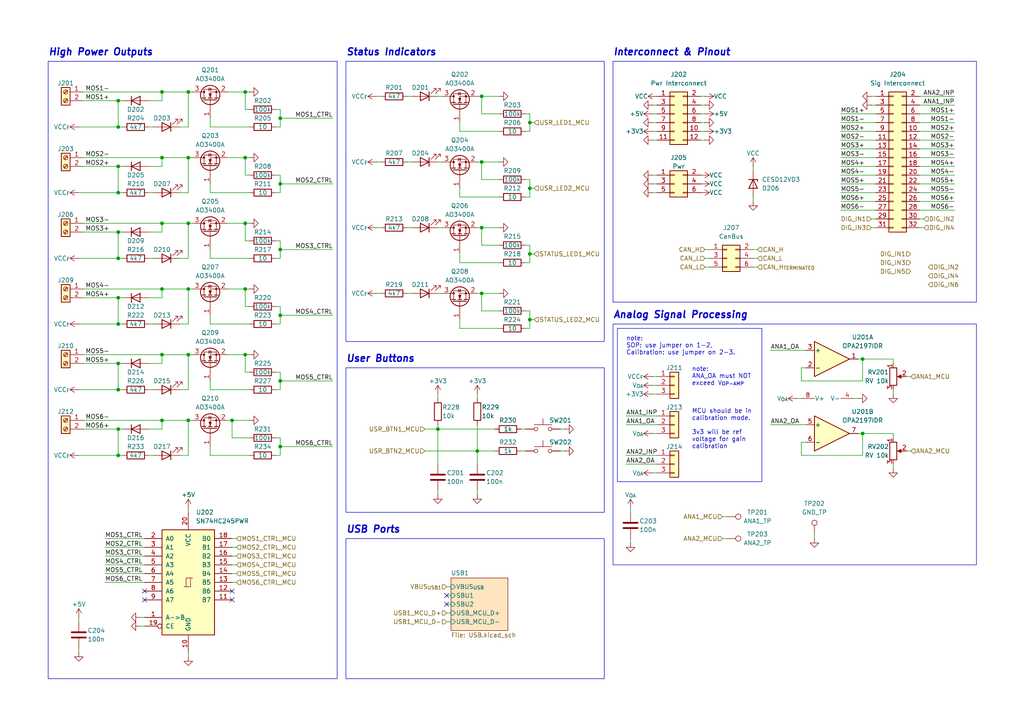
<source format=kicad_sch>
(kicad_sch (version 20231120) (generator "eeschema") (generator_version "8.0")
  (paper "A4")
  (title_block (title "Chao Recruit") (date "2024-09-29") (rev "1") (company "Scott CJX") (comment 1 "License: CERN-OHL-S-2.0") (comment 2 "Copyright © Scott CJX") (comment 3 "Licensed to Nanyang Venture Formula for NVF-2") (comment 4 "https://github.com/scott-cjx/Chao-Recruit"))
  (junction (at 138.43 130.81))
  (junction (at 81.28 91.44))
  (junction (at 127 124.46))
  (junction (at 67.31 121.92))
  (junction (at 34.29 93.98))
  (junction (at 81.28 72.39))
  (junction (at 139.7 46.99))
  (junction (at 34.29 105.41))
  (junction (at 54.61 26.67))
  (junction (at 46.99 83.82))
  (junction (at 139.7 27.94))
  (junction (at 81.28 34.29))
  (junction (at 34.29 29.21))
  (junction (at 139.7 85.09))
  (junction (at 54.61 102.87))
  (junction (at 54.61 64.77))
  (junction (at 81.28 129.54))
  (junction (at 46.99 26.67))
  (junction (at 54.61 45.72))
  (junction (at 34.29 48.26))
  (junction (at 34.29 36.83))
  (junction (at 153.67 35.56))
  (junction (at 54.61 121.92))
  (junction (at 250.19 104.14))
  (junction (at 34.29 55.88))
  (junction (at 153.67 92.71))
  (junction (at 71.12 45.72))
  (junction (at 81.28 110.49))
  (junction (at 46.99 45.72))
  (junction (at 153.67 73.66))
  (junction (at 153.67 54.61))
  (junction (at 34.29 86.36))
  (junction (at 81.28 53.34))
  (junction (at 34.29 67.31))
  (junction (at 71.12 64.77))
  (junction (at 46.99 102.87))
  (junction (at 250.19 125.73))
  (junction (at 139.7 66.04))
  (junction (at 46.99 64.77))
  (junction (at 54.61 83.82))
  (junction (at 34.29 113.03))
  (junction (at 46.99 121.92))
  (junction (at 71.12 26.67))
  (junction (at 34.29 124.46))
  (junction (at 34.29 132.08))
  (junction (at 34.29 74.93))
  (junction (at 71.12 83.82))
  (junction (at 71.12 102.87))
  (no_connect (at 41.91 173.99))
  (no_connect (at 67.31 173.99))
  (no_connect (at 41.91 171.45))
  (no_connect (at 129.54 172.72))
  (no_connect (at 129.54 175.26))
  (no_connect (at 67.31 171.45))
  (wire (pts (xy 72.39 88.9) (xy 71.12 88.9)))
  (wire (pts (xy 40.64 181.61) (xy 41.91 181.61)))
  (wire (pts (xy 43.18 105.41) (xy 46.99 105.41)))
  (wire (pts (xy 266.7 35.56) (xy 276.86 35.56)))
  (wire (pts (xy 109.22 46.99) (xy 110.49 46.99)))
  (wire (pts (xy 236.22 154.94) (xy 236.22 156.21)))
  (wire (pts (xy 22.86 113.03) (xy 34.29 113.03)))
  (wire (pts (xy 223.52 123.19) (xy 233.68 123.19)))
  (wire (pts (xy 232.41 132.08) (xy 250.19 132.08)))
  (wire (pts (xy 232.41 128.27) (xy 232.41 132.08)))
  (wire (pts (xy 81.28 113.03) (xy 80.01 113.03)))
  (wire (pts (xy 133.35 76.2) (xy 133.35 73.66)))
  (wire (pts (xy 22.86 36.83) (xy 34.29 36.83)))
  (wire (pts (xy 43.18 29.21) (xy 46.99 29.21)))
  (wire (pts (xy 71.12 102.87) (xy 72.39 102.87)))
  (wire (pts (xy 231.14 115.57) (xy 232.41 115.57)))
  (wire (pts (xy 67.31 163.83) (xy 68.58 163.83)))
  (wire (pts (xy 138.43 114.3) (xy 138.43 115.57)))
  (wire (pts (xy 153.67 90.17) (xy 153.67 92.71)))
  (wire (pts (xy 182.88 147.32) (xy 182.88 148.59)))
  (wire (pts (xy 250.19 125.73) (xy 259.08 125.73)))
  (wire (pts (xy 144.78 76.2) (xy 133.35 76.2)))
  (wire (pts (xy 267.97 63.5) (xy 266.7 63.5)))
  (wire (pts (xy 40.64 179.07) (xy 41.91 179.07)))
  (wire (pts (xy 22.86 180.34) (xy 22.86 179.07)))
  (wire (pts (xy 54.61 55.88) (xy 54.61 45.72)))
  (wire (pts (xy 139.7 66.04) (xy 144.78 66.04)))
  (wire (pts (xy 127 27.94) (xy 128.27 27.94)))
  (wire (pts (xy 189.23 53.34) (xy 190.5 53.34)))
  (wire (pts (xy 264.16 109.22) (xy 262.89 109.22)))
  (wire (pts (xy 54.61 45.72) (xy 55.88 45.72)))
  (wire (pts (xy 144.78 57.15) (xy 133.35 57.15)))
  (wire (pts (xy 43.18 55.88) (xy 44.45 55.88)))
  (wire (pts (xy 24.13 48.26) (xy 34.29 48.26)))
  (wire (pts (xy 80.01 50.8) (xy 81.28 50.8)))
  (wire (pts (xy 129.54 170.18) (xy 130.81 170.18)))
  (wire (pts (xy 153.67 92.71) (xy 154.94 92.71)))
  (wire (pts (xy 46.99 83.82) (xy 54.61 83.82)))
  (wire (pts (xy 80.01 107.95) (xy 81.28 107.95)))
  (wire (pts (xy 123.19 124.46) (xy 127 124.46)))
  (wire (pts (xy 67.31 168.91) (xy 68.58 168.91)))
  (wire (pts (xy 34.29 113.03) (xy 35.56 113.03)))
  (wire (pts (xy 24.13 26.67) (xy 46.99 26.67)))
  (wire (pts (xy 30.48 166.37) (xy 41.91 166.37)))
  (wire (pts (xy 35.56 86.36) (xy 34.29 86.36)))
  (wire (pts (xy 72.39 50.8) (xy 71.12 50.8)))
  (wire (pts (xy 30.48 161.29) (xy 41.91 161.29)))
  (wire (pts (xy 24.13 83.82) (xy 46.99 83.82)))
  (wire (pts (xy 266.7 40.64) (xy 276.86 40.64)))
  (wire (pts (xy 71.12 45.72) (xy 72.39 45.72)))
  (wire (pts (xy 153.67 35.56) (xy 154.94 35.56)))
  (wire (pts (xy 35.56 29.21) (xy 34.29 29.21)))
  (wire (pts (xy 266.7 38.1) (xy 276.86 38.1)))
  (wire (pts (xy 52.07 93.98) (xy 54.61 93.98)))
  (wire (pts (xy 80.01 31.75) (xy 81.28 31.75)))
  (wire (pts (xy 152.4 90.17) (xy 153.67 90.17)))
  (wire (pts (xy 35.56 124.46) (xy 34.29 124.46)))
  (wire (pts (xy 153.67 95.25) (xy 153.67 92.71)))
  (wire (pts (xy 153.67 54.61) (xy 154.94 54.61)))
  (wire (pts (xy 243.84 53.34) (xy 254 53.34)))
  (wire (pts (xy 118.11 66.04) (xy 119.38 66.04)))
  (wire (pts (xy 209.55 149.86) (xy 210.82 149.86)))
  (wire (pts (xy 54.61 190.5) (xy 54.61 189.23)))
  (wire (pts (xy 22.86 132.08) (xy 34.29 132.08)))
  (wire (pts (xy 81.28 50.8) (xy 81.28 53.34)))
  (wire (pts (xy 218.44 57.15) (xy 218.44 58.42)))
  (wire (pts (xy 248.92 125.73) (xy 250.19 125.73)))
  (wire (pts (xy 81.28 31.75) (xy 81.28 34.29)))
  (wire (pts (xy 276.86 30.48) (xy 266.7 30.48)))
  (wire (pts (xy 144.78 52.07) (xy 139.7 52.07)))
  (wire (pts (xy 72.39 31.75) (xy 71.12 31.75)))
  (wire (pts (xy 46.99 64.77) (xy 54.61 64.77)))
  (wire (pts (xy 109.22 27.94) (xy 110.49 27.94)))
  (wire (pts (xy 67.31 161.29) (xy 68.58 161.29)))
  (wire (pts (xy 219.71 77.47) (xy 218.44 77.47)))
  (wire (pts (xy 189.23 38.1) (xy 190.5 38.1)))
  (wire (pts (xy 71.12 50.8) (xy 71.12 45.72)))
  (wire (pts (xy 71.12 26.67) (xy 72.39 26.67)))
  (wire (pts (xy 153.67 38.1) (xy 153.67 35.56)))
  (wire (pts (xy 54.61 36.83) (xy 54.61 26.67)))
  (wire (pts (xy 163.83 124.46) (xy 162.56 124.46)))
  (wire (pts (xy 81.28 72.39) (xy 96.52 72.39)))
  (wire (pts (xy 243.84 58.42) (xy 254 58.42)))
  (wire (pts (xy 24.13 105.41) (xy 34.29 105.41)))
  (wire (pts (xy 181.61 120.65) (xy 190.5 120.65)))
  (wire (pts (xy 250.19 125.73) (xy 250.19 132.08)))
  (wire (pts (xy 204.47 33.02) (xy 203.2 33.02)))
  (wire (pts (xy 252.73 27.94) (xy 254 27.94)))
  (wire (pts (xy 66.04 83.82) (xy 71.12 83.82)))
  (wire (pts (xy 52.07 36.83) (xy 54.61 36.83)))
  (wire (pts (xy 204.47 74.93) (xy 205.74 74.93)))
  (wire (pts (xy 209.55 156.21) (xy 210.82 156.21)))
  (wire (pts (xy 189.23 114.3) (xy 190.5 114.3)))
  (wire (pts (xy 204.47 35.56) (xy 203.2 35.56)))
  (wire (pts (xy 189.23 125.73) (xy 190.5 125.73)))
  (wire (pts (xy 67.31 166.37) (xy 68.58 166.37)))
  (wire (pts (xy 153.67 38.1) (xy 152.4 38.1)))
  (wire (pts (xy 46.99 121.92) (xy 46.99 124.46)))
  (wire (pts (xy 189.23 111.76) (xy 190.5 111.76)))
  (wire (pts (xy 182.88 156.21) (xy 182.88 157.48)))
  (wire (pts (xy 243.84 33.02) (xy 254 33.02)))
  (wire (pts (xy 30.48 158.75) (xy 41.91 158.75)))
  (wire (pts (xy 123.19 130.81) (xy 138.43 130.81)))
  (wire (pts (xy 60.96 55.88) (xy 60.96 53.34)))
  (wire (pts (xy 34.29 74.93) (xy 35.56 74.93)))
  (wire (pts (xy 259.08 104.14) (xy 259.08 105.41)))
  (wire (pts (xy 138.43 142.24) (xy 138.43 143.51)))
  (wire (pts (xy 144.78 90.17) (xy 139.7 90.17)))
  (wire (pts (xy 35.56 67.31) (xy 34.29 67.31)))
  (wire (pts (xy 34.29 93.98) (xy 35.56 93.98)))
  (wire (pts (xy 109.22 66.04) (xy 110.49 66.04)))
  (wire (pts (xy 24.13 64.77) (xy 46.99 64.77)))
  (wire (pts (xy 34.29 132.08) (xy 35.56 132.08)))
  (wire (pts (xy 24.13 45.72) (xy 46.99 45.72)))
  (wire (pts (xy 152.4 33.02) (xy 153.67 33.02)))
  (wire (pts (xy 204.47 72.39) (xy 205.74 72.39)))
  (wire (pts (xy 72.39 132.08) (xy 60.96 132.08)))
  (wire (pts (xy 233.68 106.68) (xy 232.41 106.68)))
  (wire (pts (xy 34.29 29.21) (xy 34.29 36.83)))
  (wire (pts (xy 35.56 48.26) (xy 34.29 48.26)))
  (wire (pts (xy 67.31 127) (xy 67.31 121.92)))
  (wire (pts (xy 43.18 113.03) (xy 44.45 113.03)))
  (wire (pts (xy 81.28 74.93) (xy 80.01 74.93)))
  (wire (pts (xy 46.99 45.72) (xy 46.99 48.26)))
  (wire (pts (xy 144.78 33.02) (xy 139.7 33.02)))
  (wire (pts (xy 189.23 35.56) (xy 190.5 35.56)))
  (wire (pts (xy 223.52 101.6) (xy 233.68 101.6)))
  (wire (pts (xy 127 124.46) (xy 143.51 124.46)))
  (wire (pts (xy 72.39 36.83) (xy 60.96 36.83)))
  (wire (pts (xy 129.54 180.34) (xy 130.81 180.34)))
  (wire (pts (xy 30.48 168.91) (xy 41.91 168.91)))
  (wire (pts (xy 266.7 48.26) (xy 276.86 48.26)))
  (wire (pts (xy 181.61 132.08) (xy 190.5 132.08)))
  (wire (pts (xy 189.23 137.16) (xy 190.5 137.16)))
  (wire (pts (xy 243.84 60.96) (xy 254 60.96)))
  (wire (pts (xy 129.54 172.72) (xy 130.81 172.72)))
  (wire (pts (xy 138.43 123.19) (xy 138.43 130.81)))
  (wire (pts (xy 250.19 104.14) (xy 250.19 110.49)))
  (wire (pts (xy 60.96 93.98) (xy 60.96 91.44)))
  (wire (pts (xy 72.39 107.95) (xy 71.12 107.95)))
  (wire (pts (xy 189.23 55.88) (xy 190.5 55.88)))
  (wire (pts (xy 67.31 121.92) (xy 72.39 121.92)))
  (wire (pts (xy 233.68 128.27) (xy 232.41 128.27)))
  (wire (pts (xy 46.99 83.82) (xy 46.99 86.36)))
  (wire (pts (xy 34.29 124.46) (xy 34.29 132.08)))
  (wire (pts (xy 43.18 124.46) (xy 46.99 124.46)))
  (wire (pts (xy 43.18 36.83) (xy 44.45 36.83)))
  (wire (pts (xy 81.28 53.34) (xy 96.52 53.34)))
  (wire (pts (xy 52.07 132.08) (xy 54.61 132.08)))
  (wire (pts (xy 71.12 64.77) (xy 72.39 64.77)))
  (wire (pts (xy 43.18 132.08) (xy 44.45 132.08)))
  (wire (pts (xy 153.67 76.2) (xy 152.4 76.2)))
  (wire (pts (xy 151.13 124.46) (xy 152.4 124.46)))
  (wire (pts (xy 43.18 86.36) (xy 46.99 86.36)))
  (wire (pts (xy 34.29 48.26) (xy 34.29 55.88)))
  (wire (pts (xy 22.86 55.88) (xy 34.29 55.88)))
  (wire (pts (xy 35.56 105.41) (xy 34.29 105.41)))
  (wire (pts (xy 22.86 74.93) (xy 34.29 74.93)))
  (wire (pts (xy 52.07 74.93) (xy 54.61 74.93)))
  (wire (pts (xy 54.61 102.87) (xy 55.88 102.87)))
  (wire (pts (xy 46.99 121.92) (xy 54.61 121.92)))
  (wire (pts (xy 81.28 93.98) (xy 81.28 91.44)))
  (wire (pts (xy 46.99 102.87) (xy 46.99 105.41)))
  (wire (pts (xy 243.84 45.72) (xy 254 45.72)))
  (wire (pts (xy 81.28 74.93) (xy 81.28 72.39)))
  (wire (pts (xy 151.13 130.81) (xy 152.4 130.81)))
  (wire (pts (xy 153.67 71.12) (xy 153.67 73.66)))
  (wire (pts (xy 153.67 76.2) (xy 153.67 73.66)))
  (wire (pts (xy 46.99 64.77) (xy 46.99 67.31)))
  (wire (pts (xy 81.28 36.83) (xy 81.28 34.29)))
  (wire (pts (xy 153.67 52.07) (xy 153.67 54.61)))
  (wire (pts (xy 138.43 130.81) (xy 138.43 134.62)))
  (wire (pts (xy 152.4 71.12) (xy 153.67 71.12)))
  (wire (pts (xy 127 124.46) (xy 127 134.62)))
  (wire (pts (xy 189.23 40.64) (xy 190.5 40.64)))
  (wire (pts (xy 266.7 58.42) (xy 276.86 58.42)))
  (wire (pts (xy 66.04 45.72) (xy 71.12 45.72)))
  (wire (pts (xy 71.12 31.75) (xy 71.12 26.67)))
  (wire (pts (xy 71.12 107.95) (xy 71.12 102.87)))
  (wire (pts (xy 67.31 158.75) (xy 68.58 158.75)))
  (wire (pts (xy 81.28 127) (xy 81.28 129.54)))
  (wire (pts (xy 118.11 85.09) (xy 119.38 85.09)))
  (wire (pts (xy 181.61 134.62) (xy 190.5 134.62)))
  (wire (pts (xy 138.43 66.04) (xy 139.7 66.04)))
  (wire (pts (xy 139.7 90.17) (xy 139.7 85.09)))
  (wire (pts (xy 138.43 85.09) (xy 139.7 85.09)))
  (wire (pts (xy 72.39 113.03) (xy 60.96 113.03)))
  (wire (pts (xy 144.78 95.25) (xy 133.35 95.25)))
  (wire (pts (xy 129.54 177.8) (xy 130.81 177.8)))
  (wire (pts (xy 144.78 71.12) (xy 139.7 71.12)))
  (wire (pts (xy 72.39 127) (xy 67.31 127)))
  (wire (pts (xy 204.47 77.47) (xy 205.74 77.47)))
  (wire (pts (xy 243.84 43.18) (xy 254 43.18)))
  (wire (pts (xy 127 85.09) (xy 128.27 85.09)))
  (wire (pts (xy 133.35 95.25) (xy 133.35 92.71)))
  (wire (pts (xy 46.99 102.87) (xy 54.61 102.87)))
  (wire (pts (xy 81.28 55.88) (xy 80.01 55.88)))
  (wire (pts (xy 54.61 113.03) (xy 54.61 102.87)))
  (wire (pts (xy 127 66.04) (xy 128.27 66.04)))
  (wire (pts (xy 43.18 48.26) (xy 46.99 48.26)))
  (wire (pts (xy 81.28 36.83) (xy 80.01 36.83)))
  (wire (pts (xy 133.35 57.15) (xy 133.35 54.61)))
  (wire (pts (xy 189.23 33.02) (xy 190.5 33.02)))
  (wire (pts (xy 138.43 27.94) (xy 139.7 27.94)))
  (wire (pts (xy 34.29 86.36) (xy 34.29 93.98)))
  (wire (pts (xy 22.86 93.98) (xy 34.29 93.98)))
  (wire (pts (xy 81.28 132.08) (xy 80.01 132.08)))
  (wire (pts (xy 43.18 93.98) (xy 44.45 93.98)))
  (wire (pts (xy 60.96 132.08) (xy 60.96 129.54)))
  (wire (pts (xy 24.13 102.87) (xy 46.99 102.87)))
  (wire (pts (xy 204.47 38.1) (xy 203.2 38.1)))
  (wire (pts (xy 127 114.3) (xy 127 115.57)))
  (wire (pts (xy 252.73 30.48) (xy 254 30.48)))
  (wire (pts (xy 52.07 55.88) (xy 54.61 55.88)))
  (wire (pts (xy 109.22 85.09) (xy 110.49 85.09)))
  (wire (pts (xy 81.28 129.54) (xy 96.52 129.54)))
  (wire (pts (xy 266.7 60.96) (xy 276.86 60.96)))
  (wire (pts (xy 81.28 132.08) (xy 81.28 129.54)))
  (wire (pts (xy 133.35 38.1) (xy 133.35 35.56)))
  (wire (pts (xy 54.61 147.32) (xy 54.61 148.59)))
  (wire (pts (xy 81.28 110.49) (xy 96.52 110.49)))
  (wire (pts (xy 266.7 50.8) (xy 276.86 50.8)))
  (wire (pts (xy 34.29 105.41) (xy 34.29 113.03)))
  (wire (pts (xy 252.73 66.04) (xy 254 66.04)))
  (wire (pts (xy 153.67 57.15) (xy 152.4 57.15)))
  (wire (pts (xy 54.61 64.77) (xy 55.88 64.77)))
  (wire (pts (xy 250.19 104.14) (xy 259.08 104.14)))
  (wire (pts (xy 81.28 34.29) (xy 96.52 34.29)))
  (wire (pts (xy 81.28 93.98) (xy 80.01 93.98)))
  (wire (pts (xy 81.28 55.88) (xy 81.28 53.34)))
  (wire (pts (xy 163.83 130.81) (xy 162.56 130.81)))
  (wire (pts (xy 153.67 57.15) (xy 153.67 54.61)))
  (wire (pts (xy 266.7 33.02) (xy 276.86 33.02)))
  (wire (pts (xy 66.04 121.92) (xy 67.31 121.92)))
  (wire (pts (xy 218.44 48.26) (xy 218.44 49.53)))
  (wire (pts (xy 43.18 67.31) (xy 46.99 67.31)))
  (wire (pts (xy 243.84 40.64) (xy 254 40.64)))
  (wire (pts (xy 153.67 73.66) (xy 154.94 73.66)))
  (wire (pts (xy 24.13 86.36) (xy 34.29 86.36)))
  (wire (pts (xy 248.92 104.14) (xy 250.19 104.14)))
  (wire (pts (xy 34.29 36.83) (xy 35.56 36.83)))
  (wire (pts (xy 264.16 130.81) (xy 262.89 130.81)))
  (wire (pts (xy 259.08 113.03) (xy 259.08 114.3)))
  (wire (pts (xy 24.13 29.21) (xy 34.29 29.21)))
  (wire (pts (xy 152.4 52.07) (xy 153.67 52.07)))
  (wire (pts (xy 71.12 88.9) (xy 71.12 83.82)))
  (wire (pts (xy 80.01 69.85) (xy 81.28 69.85)))
  (wire (pts (xy 204.47 40.64) (xy 203.2 40.64)))
  (wire (pts (xy 60.96 113.03) (xy 60.96 110.49)))
  (wire (pts (xy 22.86 187.96) (xy 22.86 189.23)))
  (wire (pts (xy 138.43 130.81) (xy 143.51 130.81)))
  (wire (pts (xy 144.78 38.1) (xy 133.35 38.1)))
  (wire (pts (xy 54.61 93.98) (xy 54.61 83.82)))
  (wire (pts (xy 43.18 74.93) (xy 44.45 74.93)))
  (wire (pts (xy 266.7 43.18) (xy 276.86 43.18)))
  (wire (pts (xy 243.84 50.8) (xy 254 50.8)))
  (wire (pts (xy 267.97 66.04) (xy 266.7 66.04)))
  (wire (pts (xy 24.13 121.92) (xy 46.99 121.92)))
  (wire (pts (xy 72.39 69.85) (xy 71.12 69.85)))
  (wire (pts (xy 127 124.46) (xy 127 123.19)))
  (wire (pts (xy 139.7 27.94) (xy 144.78 27.94)))
  (wire (pts (xy 243.84 48.26) (xy 254 48.26)))
  (wire (pts (xy 72.39 93.98) (xy 60.96 93.98)))
  (wire (pts (xy 24.13 124.46) (xy 34.29 124.46)))
  (wire (pts (xy 181.61 123.19) (xy 190.5 123.19)))
  (wire (pts (xy 243.84 55.88) (xy 254 55.88)))
  (wire (pts (xy 138.43 46.99) (xy 139.7 46.99)))
  (wire (pts (xy 54.61 121.92) (xy 55.88 121.92)))
  (wire (pts (xy 80.01 88.9) (xy 81.28 88.9)))
  (wire (pts (xy 219.71 72.39) (xy 218.44 72.39)))
  (wire (pts (xy 81.28 113.03) (xy 81.28 110.49)))
  (wire (pts (xy 54.61 132.08) (xy 54.61 121.92)))
  (wire (pts (xy 66.04 26.67) (xy 71.12 26.67)))
  (wire (pts (xy 34.29 67.31) (xy 34.29 74.93)))
  (wire (pts (xy 266.7 55.88) (xy 276.86 55.88)))
  (wire (pts (xy 129.54 175.26) (xy 130.81 175.26)))
  (wire (pts (xy 46.99 26.67) (xy 54.61 26.67)))
  (wire (pts (xy 54.61 26.67) (xy 55.88 26.67)))
  (wire (pts (xy 60.96 36.83) (xy 60.96 34.29)))
  (wire (pts (xy 127 46.99) (xy 128.27 46.99)))
  (wire (pts (xy 81.28 69.85) (xy 81.28 72.39)))
  (wire (pts (xy 46.99 26.67) (xy 46.99 29.21)))
  (wire (pts (xy 276.86 27.94) (xy 266.7 27.94)))
  (wire (pts (xy 72.39 74.93) (xy 60.96 74.93)))
  (wire (pts (xy 66.04 102.87) (xy 71.12 102.87)))
  (wire (pts (xy 259.08 125.73) (xy 259.08 127)))
  (wire (pts (xy 52.07 113.03) (xy 54.61 113.03)))
  (wire (pts (xy 266.7 53.34) (xy 276.86 53.34)))
  (wire (pts (xy 30.48 156.21) (xy 41.91 156.21)))
  (wire (pts (xy 118.11 46.99) (xy 119.38 46.99)))
  (wire (pts (xy 30.48 163.83) (xy 41.91 163.83)))
  (wire (pts (xy 189.23 50.8) (xy 190.5 50.8)))
  (wire (pts (xy 139.7 46.99) (xy 144.78 46.99)))
  (wire (pts (xy 24.13 67.31) (xy 34.29 67.31)))
  (wire (pts (xy 66.04 64.77) (xy 71.12 64.77)))
  (wire (pts (xy 54.61 83.82) (xy 55.88 83.82)))
  (wire (pts (xy 81.28 91.44) (xy 96.52 91.44)))
  (wire (pts (xy 232.41 110.49) (xy 250.19 110.49)))
  (wire (pts (xy 189.23 30.48) (xy 190.5 30.48)))
  (wire (pts (xy 219.71 74.93) (xy 218.44 74.93)))
  (wire (pts (xy 153.67 33.02) (xy 153.67 35.56)))
  (wire (pts (xy 127 142.24) (xy 127 143.51)))
  (wire (pts (xy 34.29 55.88) (xy 35.56 55.88)))
  (wire (pts (xy 139.7 71.12) (xy 139.7 66.04)))
  (wire (pts (xy 81.28 88.9) (xy 81.28 91.44)))
  (wire (pts (xy 232.41 106.68) (xy 232.41 110.49)))
  (wire (pts (xy 67.31 156.21) (xy 68.58 156.21)))
  (wire (pts (xy 81.28 107.95) (xy 81.28 110.49)))
  (wire (pts (xy 204.47 30.48) (xy 203.2 30.48)))
  (wire (pts (xy 139.7 33.02) (xy 139.7 27.94)))
  (wire (pts (xy 259.08 134.62) (xy 259.08 135.89)))
  (wire (pts (xy 153.67 95.25) (xy 152.4 95.25)))
  (wire (pts (xy 266.7 45.72) (xy 276.86 45.72)))
  (wire (pts (xy 204.47 27.94) (xy 203.2 27.94)))
  (wire (pts (xy 71.12 69.85) (xy 71.12 64.77)))
  (wire (pts (xy 247.65 115.57) (xy 248.92 115.57)))
  (wire (pts (xy 60.96 74.93) (xy 60.96 72.39)))
  (wire (pts (xy 139.7 52.07) (xy 139.7 46.99)))
  (wire (pts (xy 139.7 85.09) (xy 144.78 85.09)))
  (wire (pts (xy 80.01 127) (xy 81.28 127)))
  (wire (pts (xy 243.84 38.1) (xy 254 38.1)))
  (wire (pts (xy 71.12 83.82) (xy 72.39 83.82)))
  (wire (pts (xy 72.39 55.88) (xy 60.96 55.88)))
  (wire (pts (xy 252.73 63.5) (xy 254 63.5)))
  (wire (pts (xy 118.11 27.94) (xy 119.38 27.94)))
  (wire (pts (xy 46.99 45.72) (xy 54.61 45.72)))
  (wire (pts (xy 189.23 109.22) (xy 190.5 109.22)))
  (wire (pts (xy 243.84 35.56) (xy 254 35.56)))
  (wire (pts (xy 54.61 74.93) (xy 54.61 64.77)))
  (rectangle (start 177.8 93.98) (end 283.21 163.83))
  (rectangle (start 13.97 17.78) (end 97.79 196.85))
  (rectangle (start 179.07 95.25) (end 220.98 139.7))
  (rectangle (start 177.8 17.78) (end 283.21 87.63))
  (rectangle (start 100.33 106.68) (end 175.26 148.59))
  (rectangle (start 100.33 17.78) (end 175.26 99.06))
  (rectangle (start 100.33 156.21) (end 175.26 196.85))
  (text "Interconnect & Pinout" (at 177.8 15.24 0) (effects (font (size 2 2) (thickness 0.4) (bold yes) (italic yes)) (justify left)))
  (text "Analog Signal Processing" (at 177.8 91.44 0) (effects (font (size 2 2) (thickness 0.4) (bold yes) (italic yes)) (justify left)))
  (text "MCU should be in\ncalibration mode.\n\n3v3 will be ref\nvoltage for gain\ncalibration" (at 200.66 124.46 0) (effects (font (size 1.27 1.27)) (justify left)))
  (text "note:\nSOP: use jumper on 1-2,\nCalibration: use jumper on 2-3." (at 181.61 100.33 0) (effects (font (size 1.27 1.27)) (justify left)))
  (text "Status Indicators" (at 100.33 15.24 0) (effects (font (size 2 2) (thickness 0.4) (bold yes) (italic yes)) (justify left)))
  (text "note:\nANA_OA must NOT\nexceed V_{OP-AMP}" (at 200.66 109.22 0) (effects (font (size 1.27 1.27)) (justify left)))
  (text "High Power Outputs" (at 13.97 15.24 0) (effects (font (size 2 2) (thickness 0.4) (bold yes) (italic yes)) (justify left)))
  (text "USB Ports" (at 100.33 153.67 0) (effects (font (size 2 2) (thickness 0.4) (bold yes) (italic yes)) (justify left)))
  (text "User Buttons" (at 100.33 104.14 0) (effects (font (size 2 2) (thickness 0.4) (bold yes) (italic yes)) (justify left)))
  (label "MOS5+" (at 31.75 105.41 180))
  (label "ANA2_OA" (at 181.61 134.62 0))
  (label "MOS3+" (at 243.84 43.18 0))
  (label "MOS4+" (at 243.84 48.26 0))
  (label "MOS6-" (at 243.84 60.96 0))
  (label "MOS2-" (at 276.86 40.64 180))
  (label "MOS2+" (at 31.75 48.26 180))
  (label "MOS2_CTRL" (at 96.52 53.34 180))
  (label "MOS1+" (at 31.75 29.21 180))
  (label "MOS5-" (at 243.84 55.88 0))
  (label "MOS1+" (at 276.86 33.02 180))
  (label "MOS3-" (at 276.86 45.72 180))
  (label "MOS6+" (at 243.84 58.42 0))
  (label "MOS6_CTRL" (at 30.48 168.91 0))
  (label "ANA2_INP" (at 276.86 27.94 180))
  (label "MOS4+" (at 276.86 48.26 180))
  (label "MOS2+" (at 276.86 38.1 180))
  (label "MOS2-" (at 31.75 45.72 180))
  (label "MOS1_CTRL" (at 30.48 156.21 0))
  (label "ANA1_INP" (at 181.61 120.65 0))
  (label "MOS5+" (at 276.86 53.34 180))
  (label "MOS6+" (at 31.75 124.46 180))
  (label "MOS3+" (at 31.75 67.31 180))
  (label "MOS3-" (at 31.75 64.77 180))
  (label "MOS3_CTRL" (at 30.48 161.29 0))
  (label "ANA2_OA" (at 223.52 123.19 0))
  (label "MOS4_CTRL" (at 96.52 91.44 180))
  (label "ANA1_OA" (at 223.52 101.6 0))
  (label "MOS1-" (at 243.84 35.56 0))
  (label "MOS3_CTRL" (at 96.52 72.39 180))
  (label "MOS6-" (at 276.86 60.96 180))
  (label "MOS1-" (at 276.86 35.56 180))
  (label "MOS4-" (at 276.86 50.8 180))
  (label "MOS2-" (at 243.84 40.64 0))
  (label "ANA1_OA" (at 181.61 123.19 0))
  (label "MOS1-" (at 31.75 26.67 180))
  (label "MOS5_CTRL" (at 30.48 166.37 0))
  (label "MOS4+" (at 31.75 86.36 180))
  (label "MOS5-" (at 276.86 55.88 180))
  (label "MOS1+" (at 243.84 33.02 0))
  (label "ANA2_INP" (at 181.61 132.08 0))
  (label "MOS1_CTRL" (at 96.52 34.29 180))
  (label "ANA1_INP" (at 276.86 30.48 180))
  (label "MOS6_CTRL" (at 96.52 129.54 180))
  (label "MOS5-" (at 31.75 102.87 180))
  (label "MOS6+" (at 276.86 58.42 180))
  (label "MOS3+" (at 276.86 43.18 180))
  (label "MOS5+" (at 243.84 53.34 0))
  (label "MOS4_CTRL" (at 30.48 163.83 0))
  (label "MOS5_CTRL" (at 96.52 110.49 180))
  (label "MOS6-" (at 31.75 121.92 180))
  (label "MOS4-" (at 31.75 83.82 180))
  (label "MOS2_CTRL" (at 30.48 158.75 0))
  (label "MOS4-" (at 243.84 50.8 0))
  (label "MOS2+" (at 243.84 38.1 0))
  (label "MOS3-" (at 243.84 45.72 0))
  (hierarchical_label "CAN_L" (shape input) (at 204.47 74.93 180))
  (hierarchical_label "ANA2_MCU" (shape input) (at 264.16 130.81 0))
  (hierarchical_label "DIG_IN4" (shape input) (at 269.24 80.01 0))
  (hierarchical_label "DIG_IN1" (shape input) (at 252.73 63.5 180))
  (hierarchical_label "DIG_IN1" (shape input) (at 264.16 73.66 180))
  (hierarchical_label "DIG_IN5" (shape input) (at 264.16 78.74 180))
  (hierarchical_label "ANA1_MCU" (shape input) (at 209.55 149.86 180))
  (hierarchical_label "USR_LED2_MCU" (shape input) (at 154.94 54.61 0))
  (hierarchical_label "STATUS_LED2_MCU" (shape input) (at 154.94 92.71 0))
  (hierarchical_label "USR_BTN1_MCU" (shape input) (at 123.19 124.46 180))
  (hierarchical_label "DIG_IN4" (shape input) (at 267.97 66.04 0))
  (hierarchical_label "USR_BTN2_MCU" (shape input) (at 123.19 130.81 180))
  (hierarchical_label "MOS3_CTRL_MCU" (shape input) (at 68.58 161.29 0))
  (hierarchical_label "ANA1_MCU" (shape input) (at 264.16 109.22 0))
  (hierarchical_label "CAN_L" (shape input) (at 204.47 77.47 180))
  (hierarchical_label "MOS1_CTRL_MCU" (shape input) (at 68.58 156.21 0))
  (hierarchical_label "DIG_IN2" (shape input) (at 269.24 77.47 0))
  (hierarchical_label "DIG_IN6" (shape input) (at 269.24 82.55 0))
  (hierarchical_label "DIG_IN2" (shape input) (at 267.97 63.5 0))
  (hierarchical_label "USB1_MCU_D-" (shape input) (at 129.54 180.34 180))
  (hierarchical_label "USR_LED1_MCU" (shape input) (at 154.94 35.56 0))
  (hierarchical_label "DIG_IN3" (shape input) (at 264.16 76.2 180))
  (hierarchical_label "CAN_H" (shape input) (at 219.71 72.39 0))
  (hierarchical_label "STATUS_LED1_MCU" (shape input) (at 154.94 73.66 0))
  (hierarchical_label "USB1_MCU_D+" (shape input) (at 129.54 177.8 180))
  (hierarchical_label "MOS5_CTRL_MCU" (shape input) (at 68.58 166.37 0))
  (hierarchical_label "ANA2_MCU" (shape input) (at 209.55 156.21 180))
  (hierarchical_label "MOS6_CTRL_MCU" (shape input) (at 68.58 168.91 0))
  (hierarchical_label "CAN_L" (shape input) (at 219.71 74.93 0))
  (hierarchical_label "DIG_IN3" (shape input) (at 252.73 66.04 180))
  (hierarchical_label "CAN_H" (shape input) (at 204.47 72.39 180))
  (hierarchical_label "CAN_H_{TERMINATED}" (shape input) (at 219.71 77.47 0))
  (hierarchical_label "MOS4_CTRL_MCU" (shape input) (at 68.58 163.83 0))
  (hierarchical_label "VBUS_{USB1}" (shape input) (at 129.54 170.18 180))
  (hierarchical_label "MOS2_CTRL_MCU" (shape input) (at 68.58 158.75 0))
  (symbol (lib_id "Device:R") (at 76.2 74.93 270) (unit 1)
    (property "Reference" "R217" (at 76.2 72.39 90))
    (property "Value" "10" (at 76.2 74.93 90))
    (property "Footprint" "Resistor_SMD:R_0402_1005Metric" (effects (hide yes)))
    (property "Description" "Resistor" (effects (hide yes)))
    (property "LCSC" "C25077" (effects (hide yes)))
  )
  (symbol (lib_id "Device:R") (at 39.37 93.98 90) (unit 1)
    (property "Reference" "R222" (at 39.37 91.44 90))
    (property "Value" "4k7" (at 39.37 93.98 90))
    (property "Footprint" "Resistor_SMD:R_0402_1005Metric" (effects (hide yes)))
    (property "Description" "Resistor" (effects (hide yes)))
    (property "LCSC" "C25900" (effects (hide yes)))
  )
  (symbol (lib_id "Device:LED") (at 48.26 36.83 180) (unit 1)
    (property "Reference" "D203" (at 46.99 34.29 0))
    (property "Value" "Yellow LED" (effects (hide yes)))
    (property "Footprint" "LED_SMD:LED_0603_1608Metric" (effects (hide yes)))
    (property "Description" "Light emitting diode" (effects (hide yes)))
    (property "LCSC" "C72038" (effects (hide yes)))
  )
  (symbol (lib_id "Device:LED") (at 48.26 93.98 180) (unit 1)
    (property "Reference" "D213" (at 46.99 91.44 0))
    (property "Value" "Yellow LED" (effects (hide yes)))
    (property "Footprint" "LED_SMD:LED_0603_1608Metric" (effects (hide yes)))
    (property "Description" "Light emitting diode" (effects (hide yes)))
    (property "LCSC" "C72038" (effects (hide yes)))
  )
  (symbol (lib_id "power:+3V3") (at 127 114.3 0) (unit 1)
    (property "Reference" "#PWR0236" (effects (hide yes)))
    (property "Value" "+3V3" (at 127 110.49 0))
  )
  (symbol (lib_id "Device:R_Potentiometer") (at 259.08 109.22 0) (unit 1)
    (property "Reference" "RV201" (at 257.81 107.95 0) (effects (justify right)))
    (property "Value" "RV 10k" (at 257.81 110.49 0) (effects (justify right)))
    (property "Footprint" "NVF-Kicad:RV_Bourns_3362" (effects (hide yes)))
    (property "Description" "Potentiometer" (effects (hide yes)))
    (property "LCSC" "C118956" (effects (hide yes)))
  )
  (symbol (lib_name "+3V3_1") (lib_id "power:+3V3") (at 204.47 38.1 270) (mirror x) (unit 1)
    (property "Reference" "#PWR0214" (effects (hide yes)))
    (property "Value" "+3V3" (at 207.01 38.1 90) (effects (justify left)))
    (property "Description" "Power symbol creates a global label with name \"+3V3\"" (effects (hide yes)))
  )
  (symbol (lib_name "+5V_1") (lib_id "power:+5V") (at 22.86 179.07 0) (unit 1)
    (property "Reference" "#PWR0258" (effects (hide yes)))
    (property "Value" "+5V" (at 22.86 175.26 0))
    (property "Description" "Power symbol creates a global label with name \"+5V\"" (effects (hide yes)))
  )
  (symbol (lib_id "Device:C") (at 22.86 184.15 0) (unit 1)
    (property "Reference" "C204" (at 25.4 182.88 0) (effects (justify left)))
    (property "Value" "100n" (at 25.4 185.42 0) (effects (justify left)))
    (property "Footprint" "Capacitor_SMD:C_0402_1005Metric" (effects (hide yes)))
    (property "LCSC" "C307331" (effects (hide yes)))
  )
  (symbol (lib_id "Transistor_FET:AO3400A") (at 60.96 86.36 90) (unit 1)
    (property "Reference" "Q207" (at 60.96 77.47 90))
    (property "Value" "AO3400A" (at 60.96 80.01 90))
    (property "Footprint" "Package_TO_SOT_SMD:SOT-23" (effects (hide yes)))
    (property "Datasheet" "http://www.aosmd.com/pdfs/datasheet/AO3400A.pdf" (effects (hide yes)))
    (property "Description" "30V Vds, 5.7A Id, N-Channel MOSFET, SOT-23" (effects (hide yes)))
    (property "LCSC" "C20917" (effects (hide yes)))
  )
  (symbol (lib_id "Device:R") (at 138.43 119.38 0) (unit 1)
    (property "Reference" "R229" (at 139.7 118.11 0) (effects (justify left)))
    (property "Value" "10k" (at 139.7 120.65 0) (effects (justify left)))
    (property "Footprint" "Resistor_SMD:R_0402_1005Metric" (effects (hide yes)))
    (property "LCSC" "C25744" (effects (hide yes)))
  )
  (symbol (lib_id "Device:LED") (at 123.19 85.09 180) (unit 1)
    (property "Reference" "D211" (at 121.92 82.55 0))
    (property "Value" "Yellow LED" (effects (hide yes)))
    (property "Footprint" "LED_SMD:LED_0603_1608Metric" (effects (hide yes)))
    (property "Description" "Light emitting diode" (effects (hide yes)))
    (property "LCSC" "C72038" (effects (hide yes)))
  )
  (symbol (lib_id "Device:R") (at 76.2 31.75 270) (unit 1)
    (property "Reference" "R202" (at 76.2 29.21 90))
    (property "Value" "100k" (at 76.2 31.75 90))
    (property "Footprint" "Resistor_SMD:R_0402_1005Metric" (effects (hide yes)))
    (property "Description" "Resistor" (effects (hide yes)))
    (property "LCSC" "C25741" (effects (hide yes)))
  )
  (symbol (lib_name "+3V3_4") (lib_id "power:+3V3") (at 189.23 114.3 90) (mirror x) (unit 1)
    (property "Reference" "#PWR0238" (effects (hide yes)))
    (property "Value" "+3V3" (at 186.69 114.3 90) (effects (justify left)))
    (property "Description" "Power symbol creates a global label with name \"+3V3\"" (effects (hide yes)))
  )
  (symbol (lib_id "Device:R") (at 148.59 95.25 270) (unit 1)
    (property "Reference" "R224" (at 148.59 92.71 90))
    (property "Value" "10" (at 148.59 95.25 90))
    (property "Footprint" "Resistor_SMD:R_0402_1005Metric" (effects (hide yes)))
    (property "Description" "Resistor" (effects (hide yes)))
    (property "LCSC" "C25077" (effects (hide yes)))
  )
  (symbol (lib_id "power:GND") (at 204.47 35.56 90) (unit 1)
    (property "Reference" "#PWR0211" (effects (hide yes)))
    (property "Value" "GND" (effects (hide yes)))
    (property "Description" "Power symbol creates a global label with name \"GND\" , ground" (effects (hide yes)))
  )
  (symbol (lib_id "Device:D_Zener") (at 218.44 53.34 270) (unit 1)
    (property "Reference" "D206" (at 220.98 54.6101 90) (effects (justify left)))
    (property "Value" "CESD12VD3" (at 220.98 52.0701 90) (effects (justify left)))
    (property "Footprint" "Diode_SMD:D_SOD-323" (effects (hide yes)))
    (property "Description" "Zener diode" (effects (hide yes)))
    (property "LCSC" "C2910088" (effects (hide yes)))
  )
  (symbol (lib_id "power:VCC") (at 190.5 27.94 90) (unit 1)
    (property "Reference" "#PWR0204" (effects (hide yes)))
    (property "Value" "VCC" (at 187.96 27.94 90) (effects (justify left)))
    (property "Description" "Power symbol creates a global label with name \"VCC\"" (effects (hide yes)))
  )
  (symbol (lib_name "+3V3_1") (lib_id "power:+3V3") (at 189.23 38.1 90) (unit 1)
    (property "Reference" "#PWR0213" (effects (hide yes)))
    (property "Value" "+3V3" (at 186.69 38.1 90) (effects (justify left)))
    (property "Description" "Power symbol creates a global label with name \"+3V3\"" (effects (hide yes)))
  )
  (symbol (lib_id "Device:R") (at 114.3 46.99 90) (unit 1)
    (property "Reference" "R207" (at 114.3 44.45 90))
    (property "Value" "4k7" (at 114.3 46.99 90))
    (property "Footprint" "Resistor_SMD:R_0402_1005Metric" (effects (hide yes)))
    (property "Description" "Resistor" (effects (hide yes)))
    (property "LCSC" "C25900" (effects (hide yes)))
  )
  (symbol (lib_id "Connector:Screw_Terminal_01x02") (at 19.05 64.77 0) (mirror y) (unit 1) (on_board no)
    (property "Reference" "J206" (at 19.05 62.23 0))
    (property "Value" "Conn_01x02" (effects (hide yes)))
    (property "Footprint" "TerminalBlock_Phoenix:TerminalBlock_Phoenix_MPT-0,5-2-2.54_1x02_P2.54mm_Horizontal" (effects (hide yes)))
    (property "Description" "Generic screw terminal, single row, 01x02, script generated (kicad-library-utils/schlib/autogen/connector/)" (effects (hide yes)))
    (property "LCSC" "-" (effects (hide yes)))
  )
  (symbol (lib_id "power:VCC") (at 203.2 53.34 270) (mirror x) (unit 1)
    (property "Reference" "#PWR0264" (effects (hide yes)))
    (property "Value" "VCC" (at 205.74 53.34 90) (effects (justify left)))
    (property "Description" "Power symbol creates a global label with name \"VCC\"" (effects (hide yes)))
  )
  (symbol (lib_id "Device:R_Potentiometer") (at 259.08 130.81 0) (unit 1)
    (property "Reference" "RV202" (at 257.81 129.54 0) (effects (justify right)))
    (property "Value" "RV 10k" (at 257.81 132.08 0) (effects (justify right)))
    (property "Footprint" "NVF-Kicad:RV_Bourns_3362" (effects (hide yes)))
    (property "Description" "Potentiometer" (effects (hide yes)))
    (property "LCSC" "C118956" (effects (hide yes)))
  )
  (symbol (lib_id "Switch:SW_Push") (at 157.48 130.81 0) (unit 1)
    (property "Reference" "SW202" (at 162.56 128.27 0))
    (property "Value" "SW_Push" (effects (hide yes)))
    (property "Footprint" "NVF-Kicad:PushBtn_TS-1187A-B-A-B" (effects (hide yes)))
    (property "LCSC" "C318884" (effects (hide yes)))
  )
  (symbol (lib_id "power:VCC") (at 22.86 55.88 90) (mirror x) (unit 1)
    (property "Reference" "#PWR0221" (effects (hide yes)))
    (property "Value" "VCC_{F}" (at 20.32 55.88 90) (effects (justify left)))
    (property "Description" "Power symbol creates a global label with name \"VCC\"" (effects (hide yes)))
  )
  (symbol (lib_id "power:VCC") (at 204.47 27.94 270) (mirror x) (unit 1)
    (property "Reference" "#PWR0205" (effects (hide yes)))
    (property "Value" "VCC" (at 207.01 27.94 90) (effects (justify left)))
    (property "Description" "Power symbol creates a global label with name \"VCC\"" (effects (hide yes)))
  )
  (symbol (lib_id "power:+5V") (at 204.47 33.02 270) (mirror x) (unit 1)
    (property "Reference" "#PWR0209" (effects (hide yes)))
    (property "Value" "+5V" (at 207.01 33.02 90) (effects (justify left)))
    (property "Description" "Power symbol creates a global label with name \"+5V\"" (effects (hide yes)))
  )
  (symbol (lib_id "Transistor_FET:AO3400A") (at 60.96 105.41 90) (unit 1)
    (property "Reference" "Q209" (at 60.96 96.52 90))
    (property "Value" "AO3400A" (at 60.96 99.06 90))
    (property "Footprint" "Package_TO_SOT_SMD:SOT-23" (effects (hide yes)))
    (property "Datasheet" "http://www.aosmd.com/pdfs/datasheet/AO3400A.pdf" (effects (hide yes)))
    (property "Description" "30V Vds, 5.7A Id, N-Channel MOSFET, SOT-23" (effects (hide yes)))
    (property "LCSC" "C20917" (effects (hide yes)))
  )
  (symbol (lib_id "Transistor_FET:AO3400A") (at 133.35 49.53 90) (unit 1)
    (property "Reference" "Q204" (at 133.35 40.64 90))
    (property "Value" "AO3400A" (at 133.35 43.18 90))
    (property "Footprint" "Package_TO_SOT_SMD:SOT-23" (effects (hide yes)))
    (property "Datasheet" "http://www.aosmd.com/pdfs/datasheet/AO3400A.pdf" (effects (hide yes)))
    (property "Description" "30V Vds, 5.7A Id, N-Channel MOSFET, SOT-23" (effects (hide yes)))
    (property "LCSC" "C20917" (effects (hide yes)))
  )
  (symbol (lib_id "Device:R") (at 39.37 36.83 90) (unit 1)
    (property "Reference" "R204" (at 39.37 34.29 90))
    (property "Value" "4k7" (at 39.37 36.83 90))
    (property "Footprint" "Resistor_SMD:R_0402_1005Metric" (effects (hide yes)))
    (property "Description" "Resistor" (effects (hide yes)))
    (property "LCSC" "C25900" (effects (hide yes)))
  )
  (symbol (lib_name "+3V3_5") (lib_id "power:+3V3") (at 189.23 125.73 90) (unit 1)
    (property "Reference" "#PWR0244" (effects (hide yes)))
    (property "Value" "V_{OA}" (at 186.69 125.73 90) (effects (justify left)))
    (property "Description" "Power symbol creates a global label with name \"+3V3\"" (effects (hide yes)))
  )
  (symbol (lib_name "+3V3_5") (lib_id "power:+3V3") (at 189.23 137.16 90) (unit 1)
    (property "Reference" "#PWR0248" (effects (hide yes)))
    (property "Value" "V_{OA}" (at 186.69 137.16 90) (effects (justify left)))
    (property "Description" "Power symbol creates a global label with name \"+3V3\"" (effects (hide yes)))
  )
  (symbol (lib_id "Device:R") (at 76.2 127 270) (unit 1)
    (property "Reference" "R231" (at 76.2 124.46 90))
    (property "Value" "100k" (at 76.2 127 90))
    (property "Footprint" "Resistor_SMD:R_0402_1005Metric" (effects (hide yes)))
    (property "Description" "Resistor" (effects (hide yes)))
    (property "LCSC" "C25741" (effects (hide yes)))
  )
  (symbol (lib_id "Device:R") (at 76.2 55.88 270) (unit 1)
    (property "Reference" "R211" (at 76.2 53.34 90))
    (property "Value" "10" (at 76.2 55.88 90))
    (property "Footprint" "Resistor_SMD:R_0402_1005Metric" (effects (hide yes)))
    (property "Description" "Resistor" (effects (hide yes)))
    (property "LCSC" "C25077" (effects (hide yes)))
  )
  (symbol (lib_id "power:VCC") (at 109.22 46.99 90) (mirror x) (unit 1)
    (property "Reference" "#PWR0218" (effects (hide yes)))
    (property "Value" "VCC_{F}" (at 106.68 46.99 90) (effects (justify left)))
    (property "Description" "Power symbol creates a global label with name \"VCC\"" (effects (hide yes)))
  )
  (symbol (lib_id "Connector_Generic:Conn_01x03") (at 195.58 123.19 0) (unit 1)
    (property "Reference" "J213" (at 195.58 118.11 0))
    (property "Value" "Conn_01x03" (effects (hide yes)))
    (property "Footprint" "Connector_PinHeader_2.54mm:PinHeader_1x03_P2.54mm_Vertical" (effects (hide yes)))
    (property "Description" "Generic connector, single row, 01x03, script generated (kicad-library-utils/schlib/autogen/connector/)" (effects (hide yes)))
    (property "LCSC" "-" (effects (hide yes)))
  )
  (symbol (lib_id "Switch:SW_Push") (at 157.48 124.46 0) (unit 1)
    (property "Reference" "SW201" (at 162.56 121.92 0))
    (property "Value" "SW_Push" (effects (hide yes)))
    (property "Footprint" "NVF-Kicad:PushBtn_TS-1187A-B-A-B" (effects (hide yes)))
    (property "LCSC" "C318884" (effects (hide yes)))
  )
  (symbol (lib_id "power:GND") (at 204.47 40.64 90) (unit 1)
    (property "Reference" "#PWR0216" (effects (hide yes)))
    (property "Value" "GND" (effects (hide yes)))
    (property "Description" "Power symbol creates a global label with name \"GND\" , ground" (effects (hide yes)))
  )
  (symbol (lib_id "Amplifier_Operational:OPA2197xD") (at 240.03 115.57 90) (unit 3)
    (property "Reference" "U201" (effects (hide yes)))
    (property "Value" "OPA2197IDR" (effects (hide yes)))
    (property "Footprint" "Package_SO:SOIC-8_3.9x4.9mm_P1.27mm" (effects (hide yes)))
    (property "Datasheet" "http://www.ti.com/lit/ds/symlink/opa2197.pdf" (effects (hide yes)))
    (property "Description" "Dual 36V, Precision, Rail-to-Rail Input/Output, Low Offset Voltage, Operational Amplifier, SOIC-8" (effects (hide yes)))
    (property "LCSC" "C139363" (effects (hide yes)))
  )
  (symbol (lib_id "Transistor_FET:AO3400A") (at 60.96 48.26 90) (unit 1)
    (property "Reference" "Q203" (at 60.96 39.37 90))
    (property "Value" "AO3400A" (at 60.96 41.91 90))
    (property "Footprint" "Package_TO_SOT_SMD:SOT-23" (effects (hide yes)))
    (property "Datasheet" "http://www.aosmd.com/pdfs/datasheet/AO3400A.pdf" (effects (hide yes)))
    (property "Description" "30V Vds, 5.7A Id, N-Channel MOSFET, SOT-23" (effects (hide yes)))
    (property "LCSC" "C20917" (effects (hide yes)))
  )
  (symbol (lib_id "power:+5V") (at 189.23 33.02 90) (unit 1)
    (property "Reference" "#PWR0208" (effects (hide yes)))
    (property "Value" "+5V" (at 186.69 33.02 90) (effects (justify left)))
    (property "Description" "Power symbol creates a global label with name \"+5V\"" (effects (hide yes)))
  )
  (symbol (lib_id "power:GND") (at 252.73 30.48 270) (unit 1)
    (property "Reference" "#PWR0261" (effects (hide yes)))
    (property "Value" "GND" (effects (hide yes)))
    (property "Description" "Power symbol creates a global label with name \"GND\" , ground" (effects (hide yes)))
  )
  (symbol (lib_id "power:GND") (at 189.23 50.8 270) (unit 1)
    (property "Reference" "#PWR0222" (effects (hide yes)))
    (property "Value" "GND" (effects (hide yes)))
    (property "Description" "Power symbol creates a global label with name \"GND\" , ground" (effects (hide yes)))
  )
  (symbol (lib_id "power:GND") (at 189.23 30.48 270) (mirror x) (unit 1)
    (property "Reference" "#PWR0206" (effects (hide yes)))
    (property "Value" "GND" (effects (hide yes)))
    (property "Description" "Power symbol creates a global label with name \"GND\" , ground" (effects (hide yes)))
  )
  (symbol (lib_id "Connector:TestPoint") (at 236.22 154.94 0) (mirror y) (unit 1)
    (property "Reference" "TP202" (at 236.22 146.05 0))
    (property "Value" "GND_TP" (at 236.22 148.59 0))
    (property "Footprint" "TestPoint:TestPoint_THTPad_D1.5mm_Drill0.7mm" (effects (hide yes)))
    (property "Description" "test point" (effects (hide yes)))
    (property "LCSC" "-" (effects (hide yes)))
  )
  (symbol (lib_id "power:GND") (at 189.23 35.56 270) (mirror x) (unit 1)
    (property "Reference" "#PWR0210" (effects (hide yes)))
    (property "Value" "GND" (effects (hide yes)))
    (property "Description" "Power symbol creates a global label with name \"GND\" , ground" (effects (hide yes)))
  )
  (symbol (lib_name "LED_1") (lib_id "Device:LED") (at 48.26 132.08 180) (unit 1)
    (property "Reference" "D217" (at 46.99 129.54 0))
    (property "Value" "Yellow LED" (effects (hide yes)))
    (property "Footprint" "LED_SMD:LED_0603_1608Metric" (effects (hide yes)))
    (property "Description" "Light emitting diode" (effects (hide yes)))
    (property "LCSC" "C72038" (effects (hide yes)))
  )
  (symbol (lib_id "power:GND") (at 138.43 143.51 0) (unit 1)
    (property "Reference" "#PWR0250" (effects (hide yes)))
    (property "Value" "GND" (effects (hide yes)))
  )
  (symbol (lib_id "power:VCC") (at 203.2 50.8 270) (mirror x) (unit 1)
    (property "Reference" "#PWR0262" (effects (hide yes)))
    (property "Value" "VCC" (at 205.74 50.8 90) (effects (justify left)))
    (property "Description" "Power symbol creates a global label with name \"VCC\"" (effects (hide yes)))
  )
  (symbol (lib_id "Device:R") (at 76.2 107.95 270) (unit 1)
    (property "Reference" "R225" (at 76.2 105.41 90))
    (property "Value" "100k" (at 76.2 107.95 90))
    (property "Footprint" "Resistor_SMD:R_0402_1005Metric" (effects (hide yes)))
    (property "Description" "Resistor" (effects (hide yes)))
    (property "LCSC" "C25741" (effects (hide yes)))
  )
  (symbol (lib_id "Device:D") (at 39.37 124.46 0) (unit 1)
    (property "Reference" "D216" (at 39.37 127 0))
    (property "Value" "D" (effects (hide yes)))
    (property "Footprint" "Diode_SMD:D_SOD-323" (effects (hide yes)))
    (property "Description" "Diode" (effects (hide yes)))
    (property "Sim.Device" "D" (effects (hide yes)))
    (property "Sim.Pins" "1=K 2=A" (effects (hide yes)))
    (property "LCSC" "C191023" (effects (hide yes)))
  )
  (symbol (lib_id "power:GND") (at 72.39 83.82 90) (unit 1)
    (property "Reference" "#PWR0228" (effects (hide yes)))
    (property "Value" "GND" (effects (hide yes)))
    (property "Description" "Power symbol creates a global label with name \"GND\" , ground" (effects (hide yes)))
  )
  (symbol (lib_id "Transistor_FET:AO3400A") (at 133.35 87.63 90) (unit 1)
    (property "Reference" "Q208" (at 133.35 78.74 90))
    (property "Value" "AO3400A" (at 133.35 81.28 90))
    (property "Footprint" "Package_TO_SOT_SMD:SOT-23" (effects (hide yes)))
    (property "Datasheet" "http://www.aosmd.com/pdfs/datasheet/AO3400A.pdf" (effects (hide yes)))
    (property "Description" "30V Vds, 5.7A Id, N-Channel MOSFET, SOT-23" (effects (hide yes)))
    (property "LCSC" "C20917" (effects (hide yes)))
  )
  (symbol (lib_id "power:VCC") (at 109.22 85.09 90) (mirror x) (unit 1)
    (property "Reference" "#PWR0229" (effects (hide yes)))
    (property "Value" "VCC_{F}" (at 106.68 85.09 90) (effects (justify left)))
    (property "Description" "Power symbol creates a global label with name \"VCC\"" (effects (hide yes)))
  )
  (symbol (lib_id "Device:R") (at 147.32 130.81 90) (unit 1)
    (property "Reference" "R232" (at 147.32 128.27 90))
    (property "Value" "1k" (at 147.32 130.81 90))
    (property "Footprint" "Resistor_SMD:R_0402_1005Metric" (effects (hide yes)))
    (property "LCSC" "C11702" (effects (hide yes)))
  )
  (symbol (lib_id "Device:R") (at 148.59 38.1 270) (unit 1)
    (property "Reference" "R206" (at 148.59 35.56 90))
    (property "Value" "10" (at 148.59 38.1 90))
    (property "Footprint" "Resistor_SMD:R_0402_1005Metric" (effects (hide yes)))
    (property "Description" "Resistor" (effects (hide yes)))
    (property "LCSC" "C25077" (effects (hide yes)))
  )
  (symbol (lib_id "Device:R") (at 148.59 71.12 270) (unit 1)
    (property "Reference" "R215" (at 148.59 68.58 90))
    (property "Value" "100k" (at 148.59 71.12 90))
    (property "Footprint" "Resistor_SMD:R_0402_1005Metric" (effects (hide yes)))
    (property "Description" "Resistor" (effects (hide yes)))
    (property "LCSC" "C25741" (effects (hide yes)))
  )
  (symbol (lib_id "Connector:Screw_Terminal_01x02") (at 19.05 45.72 0) (mirror y) (unit 1) (on_board no)
    (property "Reference" "J203" (at 19.05 43.18 0))
    (property "Value" "Conn_01x02" (effects (hide yes)))
    (property "Footprint" "TerminalBlock_Phoenix:TerminalBlock_Phoenix_MPT-0,5-2-2.54_1x02_P2.54mm_Horizontal" (effects (hide yes)))
    (property "Description" "Generic screw terminal, single row, 01x02, script generated (kicad-library-utils/schlib/autogen/connector/)" (effects (hide yes)))
    (property "LCSC" "-" (effects (hide yes)))
  )
  (symbol (lib_id "Device:D") (at 39.37 86.36 0) (unit 1)
    (property "Reference" "D212" (at 39.37 88.9 0))
    (property "Value" "D" (effects (hide yes)))
    (property "Footprint" "Diode_SMD:D_SOD-323" (effects (hide yes)))
    (property "Description" "Diode" (effects (hide yes)))
    (property "Sim.Device" "D" (effects (hide yes)))
    (property "Sim.Pins" "1=K 2=A" (effects (hide yes)))
    (property "LCSC" "C191023" (effects (hide yes)))
  )
  (symbol (lib_id "Device:R") (at 148.59 90.17 270) (unit 1)
    (property "Reference" "R221" (at 148.59 87.63 90))
    (property "Value" "100k" (at 148.59 90.17 90))
    (property "Footprint" "Resistor_SMD:R_0402_1005Metric" (effects (hide yes)))
    (property "Description" "Resistor" (effects (hide yes)))
    (property "LCSC" "C25741" (effects (hide yes)))
  )
  (symbol (lib_id "Connector_Generic:Conn_02x16_Odd_Even") (at 259.08 45.72 0) (unit 1)
    (property "Reference" "J204" (at 260.35 21.59 0))
    (property "Value" "Sig Interconnect" (at 260.35 24.13 0))
    (property "Footprint" "Connector_PinHeader_2.54mm:PinHeader_2x16_P2.54mm_Vertical" (effects (hide yes)))
    (property "Description" "Generic connector, double row, 02x16, odd/even pin numbering scheme (row 1 odd numbers, row 2 even numbers), script generated (kicad-library-utils/schlib/autogen/connector/)" (effects (hide yes)))
    (property "LCSC" "-" (effects (hide yes)))
  )
  (symbol (lib_id "Device:R") (at 76.2 93.98 270) (unit 1)
    (property "Reference" "R223" (at 76.2 91.44 90))
    (property "Value" "10" (at 76.2 93.98 90))
    (property "Footprint" "Resistor_SMD:R_0402_1005Metric" (effects (hide yes)))
    (property "Description" "Resistor" (effects (hide yes)))
    (property "LCSC" "C25077" (effects (hide yes)))
  )
  (symbol (lib_id "power:GND") (at 182.88 157.48 0) (unit 1)
    (property "Reference" "#PWR0254" (effects (hide yes)))
    (property "Value" "GND" (effects (hide yes)))
    (property "Description" "Power symbol creates a global label with name \"GND\" , ground" (effects (hide yes)))
  )
  (symbol (lib_id "Device:R") (at 127 119.38 0) (unit 1)
    (property "Reference" "R228" (at 128.27 118.11 0) (effects (justify left)))
    (property "Value" "10k" (at 128.27 120.65 0) (effects (justify left)))
    (property "Footprint" "Resistor_SMD:R_0402_1005Metric" (effects (hide yes)))
    (property "LCSC" "C25744" (effects (hide yes)))
  )
  (symbol (lib_id "Device:LED") (at 123.19 27.94 180) (unit 1)
    (property "Reference" "D201" (at 121.92 25.4 0))
    (property "Value" "Yellow LED" (effects (hide yes)))
    (property "Footprint" "LED_SMD:LED_0603_1608Metric" (effects (hide yes)))
    (property "Description" "Light emitting diode" (effects (hide yes)))
    (property "LCSC" "C72038" (effects (hide yes)))
  )
  (symbol (lib_id "Connector:TestPoint") (at 210.82 156.21 270) (unit 1)
    (property "Reference" "TP203" (at 219.71 154.94 90))
    (property "Value" "ANA2_TP" (at 219.71 157.48 90))
    (property "Footprint" "TestPoint:TestPoint_THTPad_D1.5mm_Drill0.7mm" (effects (hide yes)))
    (property "Description" "test point" (effects (hide yes)))
    (property "LCSC" "-" (effects (hide yes)))
  )
  (symbol (lib_id "power:VCC") (at 218.44 48.26 0) (mirror y) (unit 1)
    (property "Reference" "#PWR0220" (effects (hide yes)))
    (property "Value" "VCC" (at 218.44 44.45 0))
    (property "Description" "Power symbol creates a global label with name \"VCC\"" (effects (hide yes)))
  )
  (symbol (lib_id "power:GND") (at 40.64 181.61 270) (unit 1)
    (property "Reference" "#PWR0256" (effects (hide yes)))
    (property "Value" "GND" (effects (hide yes)))
    (property "Description" "Power symbol creates a global label with name \"GND\" , ground" (effects (hide yes)))
  )
  (symbol (lib_id "Device:R") (at 76.2 132.08 270) (unit 1)
    (property "Reference" "R234" (at 76.2 129.54 90))
    (property "Value" "10" (at 76.2 132.08 90))
    (property "Footprint" "Resistor_SMD:R_0402_1005Metric" (effects (hide yes)))
    (property "Description" "Resistor" (effects (hide yes)))
    (property "LCSC" "C25077" (effects (hide yes)))
  )
  (symbol (lib_id "Device:LED") (at 123.19 46.99 180) (unit 1)
    (property "Reference" "D204" (at 121.92 44.45 0))
    (property "Value" "Yellow LED" (effects (hide yes)))
    (property "Footprint" "LED_SMD:LED_0603_1608Metric" (effects (hide yes)))
    (property "Description" "Light emitting diode" (effects (hide yes)))
    (property "LCSC" "C72038" (effects (hide yes)))
  )
  (symbol (lib_id "power:GND") (at 72.39 26.67 90) (unit 1)
    (property "Reference" "#PWR0201" (effects (hide yes)))
    (property "Value" "GND" (effects (hide yes)))
    (property "Description" "Power symbol creates a global label with name \"GND\" , ground" (effects (hide yes)))
  )
  (symbol (lib_id "power:GND") (at 189.23 40.64 270) (mirror x) (unit 1)
    (property "Reference" "#PWR0215" (effects (hide yes)))
    (property "Value" "GND" (effects (hide yes)))
    (property "Description" "Power symbol creates a global label with name \"GND\" , ground" (effects (hide yes)))
  )
  (symbol (lib_id "Device:D") (at 39.37 105.41 0) (unit 1)
    (property "Reference" "D214" (at 39.37 107.95 0))
    (property "Value" "D" (effects (hide yes)))
    (property "Footprint" "Diode_SMD:D_SOD-323" (effects (hide yes)))
    (property "Description" "Diode" (effects (hide yes)))
    (property "Sim.Device" "D" (effects (hide yes)))
    (property "Sim.Pins" "1=K 2=A" (effects (hide yes)))
    (property "LCSC" "C191023" (effects (hide yes)))
  )
  (symbol (lib_id "power:GND") (at 40.64 179.07 270) (unit 1)
    (property "Reference" "#PWR0255" (effects (hide yes)))
    (property "Value" "GND" (effects (hide yes)))
    (property "Description" "Power symbol creates a global label with name \"GND\" , ground" (effects (hide yes)))
  )
  (symbol (lib_id "power:GND") (at 144.78 46.99 90) (unit 1)
    (property "Reference" "#PWR0219" (effects (hide yes)))
    (property "Value" "GND" (effects (hide yes)))
    (property "Description" "Power symbol creates a global label with name \"GND\" , ground" (effects (hide yes)))
  )
  (symbol (lib_id "power:GND") (at 189.23 55.88 270) (unit 1)
    (property "Reference" "#PWR0265" (effects (hide yes)))
    (property "Value" "GND" (effects (hide yes)))
    (property "Description" "Power symbol creates a global label with name \"GND\" , ground" (effects (hide yes)))
  )
  (symbol (lib_id "power:VCC") (at 22.86 36.83 90) (mirror x) (unit 1)
    (property "Reference" "#PWR0212" (effects (hide yes)))
    (property "Value" "VCC_{F}" (at 20.32 36.83 90) (effects (justify left)))
    (property "Description" "Power symbol creates a global label with name \"VCC\"" (effects (hide yes)))
  )
  (symbol (lib_id "Device:D") (at 39.37 29.21 0) (unit 1)
    (property "Reference" "D202" (at 39.37 31.75 0))
    (property "Value" "D" (effects (hide yes)))
    (property "Footprint" "Diode_SMD:D_SOD-323" (effects (hide yes)))
    (property "Description" "Diode" (effects (hide yes)))
    (property "Sim.Device" "D" (effects (hide yes)))
    (property "Sim.Pins" "1=K 2=A" (effects (hide yes)))
    (property "LCSC" "C191023" (effects (hide yes)))
  )
  (symbol (lib_id "Transistor_FET:AO3400A") (at 60.96 67.31 90) (unit 1)
    (property "Reference" "Q205" (at 60.96 58.42 90))
    (property "Value" "AO3400A" (at 60.96 60.96 90))
    (property "Footprint" "Package_TO_SOT_SMD:SOT-23" (effects (hide yes)))
    (property "Datasheet" "http://www.aosmd.com/pdfs/datasheet/AO3400A.pdf" (effects (hide yes)))
    (property "Description" "30V Vds, 5.7A Id, N-Channel MOSFET, SOT-23" (effects (hide yes)))
    (property "LCSC" "C20917" (effects (hide yes)))
  )
  (symbol (lib_id "power:GND") (at 189.23 53.34 270) (unit 1)
    (property "Reference" "#PWR0263" (effects (hide yes)))
    (property "Value" "GND" (effects (hide yes)))
    (property "Description" "Power symbol creates a global label with name \"GND\" , ground" (effects (hide yes)))
  )
  (symbol (lib_name "+3V3_5") (lib_id "power:+3V3") (at 189.23 111.76 90) (unit 1)
    (property "Reference" "#PWR0234" (effects (hide yes)))
    (property "Value" "V_{OA}" (at 186.69 111.76 90) (effects (justify left)))
    (property "Description" "Power symbol creates a global label with name \"+3V3\"" (effects (hide yes)))
  )
  (symbol (lib_id "Device:R") (at 39.37 113.03 90) (unit 1)
    (property "Reference" "R226" (at 39.37 110.49 90))
    (property "Value" "4k7" (at 39.37 113.03 90))
    (property "Footprint" "Resistor_SMD:R_0402_1005Metric" (effects (hide yes)))
    (property "Description" "Resistor" (effects (hide yes)))
    (property "LCSC" "C25900" (effects (hide yes)))
  )
  (symbol (lib_id "Device:R") (at 114.3 66.04 90) (unit 1)
    (property "Reference" "R213" (at 114.3 63.5 90))
    (property "Value" "4k7" (at 114.3 66.04 90))
    (property "Footprint" "Resistor_SMD:R_0402_1005Metric" (effects (hide yes)))
    (property "Description" "Resistor" (effects (hide yes)))
    (property "LCSC" "C25900" (effects (hide yes)))
  )
  (symbol (lib_id "Amplifier_Operational:OPA2197xD") (at 241.3 125.73 0) (unit 2)
    (property "Reference" "U201" (at 250.19 119.38 0))
    (property "Value" "OPA2197IDR" (at 250.19 121.92 0))
    (property "Footprint" "Package_SO:SOIC-8_3.9x4.9mm_P1.27mm" (effects (hide yes)))
    (property "Datasheet" "http://www.ti.com/lit/ds/symlink/opa2197.pdf" (effects (hide yes)))
    (property "Description" "Dual 36V, Precision, Rail-to-Rail Input/Output, Low Offset Voltage, Operational Amplifier, SOIC-8" (effects (hide yes)))
    (property "LCSC" "C139363" (effects (hide yes)))
  )
  (symbol (lib_id "74xx:74HC245") (at 54.61 168.91 0) (unit 1)
    (property "Reference" "U202" (at 56.8041 148.59 0) (effects (justify left)))
    (property "Value" "SN74HC245PWR" (at 56.8041 151.13 0) (effects (justify left)))
    (property "Footprint" "Package_SO:TSSOP-20_4.4x6.5mm_P0.65mm" (effects (hide yes)))
    (property "Datasheet" "http://www.ti.com/lit/gpn/sn74HC245" (effects (hide yes)))
    (property "Description" "Octal BUS Transceivers, 3-State outputs" (effects (hide yes)))
    (property "LCSC" "C37101" (effects (hide yes)))
  )
  (symbol (lib_id "Transistor_FET:AO3400A") (at 60.96 124.46 90) (unit 1)
    (property "Reference" "Q210" (at 60.96 115.57 90))
    (property "Value" "AO3400A" (at 60.96 118.11 90))
    (property "Footprint" "Package_TO_SOT_SMD:SOT-23" (effects (hide yes)))
    (property "Datasheet" "http://www.aosmd.com/pdfs/datasheet/AO3400A.pdf" (effects (hide yes)))
    (property "Description" "30V Vds, 5.7A Id, N-Channel MOSFET, SOT-23" (effects (hide yes)))
    (property "LCSC" "C20917" (effects (hide yes)))
  )
  (symbol (lib_id "power:GND") (at 72.39 64.77 90) (unit 1)
    (property "Reference" "#PWR0224" (effects (hide yes)))
    (property "Value" "GND" (effects (hide yes)))
    (property "Description" "Power symbol creates a global label with name \"GND\" , ground" (effects (hide yes)))
  )
  (symbol (lib_id "Connector:Screw_Terminal_01x02") (at 19.05 102.87 0) (mirror y) (unit 1) (on_board no)
    (property "Reference" "J210" (at 19.05 100.33 0))
    (property "Value" "Conn_01x02" (effects (hide yes)))
    (property "Footprint" "TerminalBlock_Phoenix:TerminalBlock_Phoenix_MPT-0,5-2-2.54_1x02_P2.54mm_Horizontal" (effects (hide yes)))
    (property "Description" "Generic screw terminal, single row, 01x02, script generated (kicad-library-utils/schlib/autogen/connector/)" (effects (hide yes)))
    (property "LCSC" "-" (effects (hide yes)))
  )
  (symbol (lib_id "Device:R") (at 39.37 132.08 90) (unit 1)
    (property "Reference" "R233" (at 39.37 129.54 90))
    (property "Value" "4k7" (at 39.37 132.08 90))
    (property "Footprint" "Resistor_SMD:R_0402_1005Metric" (effects (hide yes)))
    (property "Description" "Resistor" (effects (hide yes)))
    (property "LCSC" "C25900" (effects (hide yes)))
  )
  (symbol (lib_id "power:+3V3") (at 138.43 114.3 0) (unit 1)
    (property "Reference" "#PWR0237" (effects (hide yes)))
    (property "Value" "+3V3" (at 138.43 110.49 0))
  )
  (symbol (lib_id "Device:D") (at 39.37 67.31 0) (unit 1)
    (property "Reference" "D209" (at 39.37 69.85 0))
    (property "Value" "D" (effects (hide yes)))
    (property "Footprint" "Diode_SMD:D_SOD-323" (effects (hide yes)))
    (property "Description" "Diode" (effects (hide yes)))
    (property "Sim.Device" "D" (effects (hide yes)))
    (property "Sim.Pins" "1=K 2=A" (effects (hide yes)))
    (property "LCSC" "C191023" (effects (hide yes)))
  )
  (symbol (lib_id "power:GND") (at 144.78 27.94 90) (unit 1)
    (property "Reference" "#PWR0203" (effects (hide yes)))
    (property "Value" "GND" (effects (hide yes)))
    (property "Description" "Power symbol creates a global label with name \"GND\" , ground" (effects (hide yes)))
  )
  (symbol (lib_id "Transistor_FET:AO3400A") (at 133.35 30.48 90) (unit 1)
    (property "Reference" "Q202" (at 133.35 21.59 90))
    (property "Value" "AO3400A" (at 133.35 24.13 90))
    (property "Footprint" "Package_TO_SOT_SMD:SOT-23" (effects (hide yes)))
    (property "Datasheet" "http://www.aosmd.com/pdfs/datasheet/AO3400A.pdf" (effects (hide yes)))
    (property "Description" "30V Vds, 5.7A Id, N-Channel MOSFET, SOT-23" (effects (hide yes)))
    (property "LCSC" "C20917" (effects (hide yes)))
  )
  (symbol (lib_id "Device:R") (at 148.59 57.15 270) (unit 1)
    (property "Reference" "R212" (at 148.59 54.61 90))
    (property "Value" "10" (at 148.59 57.15 90))
    (property "Footprint" "Resistor_SMD:R_0402_1005Metric" (effects (hide yes)))
    (property "Description" "Resistor" (effects (hide yes)))
    (property "LCSC" "C25077" (effects (hide yes)))
  )
  (symbol (lib_id "Device:R") (at 39.37 74.93 90) (unit 1)
    (property "Reference" "R216" (at 39.37 72.39 90))
    (property "Value" "4k7" (at 39.37 74.93 90))
    (property "Footprint" "Resistor_SMD:R_0402_1005Metric" (effects (hide yes)))
    (property "Description" "Resistor" (effects (hide yes)))
    (property "LCSC" "C25900" (effects (hide yes)))
  )
  (symbol (lib_id "Device:C") (at 182.88 152.4 0) (unit 1)
    (property "Reference" "C203" (at 185.42 151.13 0) (effects (justify left)))
    (property "Value" "100n" (at 185.42 153.67 0) (effects (justify left)))
    (property "Footprint" "Capacitor_SMD:C_0402_1005Metric" (effects (hide yes)))
    (property "LCSC" "C307331" (effects (hide yes)))
  )
  (symbol (lib_id "power:GND") (at 236.22 156.21 0) (unit 1)
    (property "Reference" "#PWR0253" (effects (hide yes)))
    (property "Value" "GND" (effects (hide yes)))
    (property "Description" "Power symbol creates a global label with name \"GND\" , ground" (effects (hide yes)))
  )
  (symbol (lib_id "Device:C") (at 127 138.43 0) (unit 1)
    (property "Reference" "C201" (at 129.54 137.16 0) (effects (justify left)))
    (property "Value" "100n" (at 129.54 139.7 0) (effects (justify left)))
    (property "Footprint" "Capacitor_SMD:C_0402_1005Metric" (effects (hide yes)))
    (property "LCSC" "C307331" (effects (hide yes)))
  )
  (symbol (lib_id "power:GND") (at 72.39 102.87 90) (unit 1)
    (property "Reference" "#PWR0232" (effects (hide yes)))
    (property "Value" "GND" (effects (hide yes)))
    (property "Description" "Power symbol creates a global label with name \"GND\" , ground" (effects (hide yes)))
  )
  (symbol (lib_id "power:GND") (at 127 143.51 0) (unit 1)
    (property "Reference" "#PWR0249" (effects (hide yes)))
    (property "Value" "GND" (effects (hide yes)))
  )
  (symbol (lib_id "Connector_Generic:Conn_02x06_Odd_Even") (at 195.58 33.02 0) (unit 1)
    (property "Reference" "J202" (at 196.85 21.59 0))
    (property "Value" "Pwr Interconnect" (at 196.85 24.13 0))
    (property "Footprint" "Connector_PinHeader_2.54mm:PinHeader_2x06_P2.54mm_Vertical" (effects (hide yes)))
    (property "Description" "Generic connector, double row, 02x06, odd/even pin numbering scheme (row 1 odd numbers, row 2 even numbers), script generated (kicad-library-utils/schlib/autogen/connector/)" (effects (hide yes)))
    (property "LCSC" "-" (effects (hide yes)))
  )
  (symbol (lib_id "Transistor_FET:AO3400A") (at 60.96 29.21 90) (unit 1)
    (property "Reference" "Q201" (at 60.96 20.32 90))
    (property "Value" "AO3400A" (at 60.96 22.86 90))
    (property "Footprint" "Package_TO_SOT_SMD:SOT-23" (effects (hide yes)))
    (property "Datasheet" "http://www.aosmd.com/pdfs/datasheet/AO3400A.pdf" (effects (hide yes)))
    (property "Description" "30V Vds, 5.7A Id, N-Channel MOSFET, SOT-23" (effects (hide yes)))
    (property "LCSC" "C20917" (effects (hide yes)))
  )
  (symbol (lib_id "Device:C") (at 138.43 138.43 0) (unit 1)
    (property "Reference" "C202" (at 140.97 137.16 0) (effects (justify left)))
    (property "Value" "100n" (at 140.97 139.7 0) (effects (justify left)))
    (property "Footprint" "Capacitor_SMD:C_0402_1005Metric" (effects (hide yes)))
    (property "LCSC" "C307331" (effects (hide yes)))
  )
  (symbol (lib_id "Device:R") (at 147.32 124.46 90) (unit 1)
    (property "Reference" "R230" (at 147.32 121.92 90))
    (property "Value" "1k" (at 147.32 124.46 90))
    (property "Footprint" "Resistor_SMD:R_0402_1005Metric" (effects (hide yes)))
    (property "LCSC" "C11702" (effects (hide yes)))
  )
  (symbol (lib_id "Device:R") (at 148.59 76.2 270) (unit 1)
    (property "Reference" "R218" (at 148.59 73.66 90))
    (property "Value" "10" (at 148.59 76.2 90))
    (property "Footprint" "Resistor_SMD:R_0402_1005Metric" (effects (hide yes)))
    (property "Description" "Resistor" (effects (hide yes)))
    (property "LCSC" "C25077" (effects (hide yes)))
  )
  (symbol (lib_id "power:GND") (at 218.44 58.42 0) (unit 1)
    (property "Reference" "#PWR0223" (effects (hide yes)))
    (property "Value" "GND" (effects (hide yes)))
    (property "Description" "Power symbol creates a global label with name \"GND\" , ground" (effects (hide yes)))
  )
  (symbol (lib_id "power:VCC") (at 22.86 74.93 90) (mirror x) (unit 1)
    (property "Reference" "#PWR0227" (effects (hide yes)))
    (property "Value" "VCC_{F}" (at 20.32 74.93 90) (effects (justify left)))
    (property "Description" "Power symbol creates a global label with name \"VCC\"" (effects (hide yes)))
  )
  (symbol (lib_id "Connector_Generic:Conn_02x03_Odd_Even") (at 195.58 53.34 0) (unit 1)
    (property "Reference" "J205" (at 196.85 45.72 0))
    (property "Value" "Pwr" (at 196.85 48.26 0))
    (property "Footprint" "Connector_PinHeader_2.54mm:PinHeader_2x03_P2.54mm_Vertical" (effects (hide yes)))
    (property "Description" "Generic connector, double row, 02x03, odd/even pin numbering scheme (row 1 odd numbers, row 2 even numbers), script generated (kicad-library-utils/schlib/autogen/connector/)" (effects (hide yes)))
    (property "LCSC" "-" (effects (hide yes)))
  )
  (symbol (lib_id "power:GND") (at 163.83 130.81 90) (unit 1)
    (property "Reference" "#PWR0245" (effects (hide yes)))
    (property "Value" "GND" (effects (hide yes)))
  )
  (symbol (lib_id "power:GND") (at 22.86 189.23 0) (unit 1)
    (property "Reference" "#PWR0259" (effects (hide yes)))
    (property "Value" "GND" (effects (hide yes)))
    (property "Description" "Power symbol creates a global label with name \"GND\" , ground" (effects (hide yes)))
  )
  (symbol (lib_id "power:VCC") (at 203.2 55.88 270) (mirror x) (unit 1)
    (property "Reference" "#PWR0266" (effects (hide yes)))
    (property "Value" "VCC" (at 205.74 55.88 90) (effects (justify left)))
    (property "Description" "Power symbol creates a global label with name \"VCC\"" (effects (hide yes)))
  )
  (symbol (lib_id "power:VCC") (at 109.22 27.94 90) (mirror x) (unit 1)
    (property "Reference" "#PWR0202" (effects (hide yes)))
    (property "Value" "VCC_{F}" (at 106.68 27.94 90) (effects (justify left)))
    (property "Description" "Power symbol creates a global label with name \"VCC\"" (effects (hide yes)))
  )
  (symbol (lib_id "Device:R") (at 76.2 69.85 270) (unit 1)
    (property "Reference" "R214" (at 76.2 67.31 90))
    (property "Value" "100k" (at 76.2 69.85 90))
    (property "Footprint" "Resistor_SMD:R_0402_1005Metric" (effects (hide yes)))
    (property "Description" "Resistor" (effects (hide yes)))
    (property "LCSC" "C25741" (effects (hide yes)))
  )
  (symbol (lib_id "power:GND") (at 72.39 45.72 90) (unit 1)
    (property "Reference" "#PWR0217" (effects (hide yes)))
    (property "Value" "GND" (effects (hide yes)))
    (property "Description" "Power symbol creates a global label with name \"GND\" , ground" (effects (hide yes)))
  )
  (symbol (lib_id "Device:LED") (at 48.26 55.88 180) (unit 1)
    (property "Reference" "D207" (at 46.99 53.34 0))
    (property "Value" "Yellow LED" (effects (hide yes)))
    (property "Footprint" "LED_SMD:LED_0603_1608Metric" (effects (hide yes)))
    (property "Description" "Light emitting diode" (effects (hide yes)))
    (property "LCSC" "C72038" (effects (hide yes)))
  )
  (symbol (lib_id "Device:LED") (at 48.26 113.03 180) (unit 1)
    (property "Reference" "D215" (at 46.99 110.49 0))
    (property "Value" "Yellow LED" (effects (hide yes)))
    (property "Footprint" "LED_SMD:LED_0603_1608Metric" (effects (hide yes)))
    (property "Description" "Light emitting diode" (effects (hide yes)))
    (property "LCSC" "C72038" (effects (hide yes)))
  )
  (symbol (lib_id "Device:D") (at 39.37 48.26 0) (unit 1)
    (property "Reference" "D205" (at 39.37 50.8 0))
    (property "Value" "D" (effects (hide yes)))
    (property "Footprint" "Diode_SMD:D_SOD-323" (effects (hide yes)))
    (property "Description" "Diode" (effects (hide yes)))
    (property "Sim.Device" "D" (effects (hide yes)))
    (property "Sim.Pins" "1=K 2=A" (effects (hide yes)))
    (property "LCSC" "C191023" (effects (hide yes)))
  )
  (symbol (lib_id "Device:LED") (at 48.26 74.93 180) (unit 1)
    (property "Reference" "D210" (at 46.99 72.39 0))
    (property "Value" "Yellow LED" (effects (hide yes)))
    (property "Footprint" "LED_SMD:LED_0603_1608Metric" (effects (hide yes)))
    (property "Description" "Light emitting diode" (effects (hide yes)))
    (property "LCSC" "C72038" (effects (hide yes)))
  )
  (symbol (lib_id "power:GND") (at 144.78 85.09 90) (unit 1)
    (property "Reference" "#PWR0230" (effects (hide yes)))
    (property "Value" "GND" (effects (hide yes)))
    (property "Description" "Power symbol creates a global label with name \"GND\" , ground" (effects (hide yes)))
  )
  (symbol (lib_id "Device:R") (at 114.3 27.94 90) (unit 1)
    (property "Reference" "R201" (at 114.3 25.4 90))
    (property "Value" "4k7" (at 114.3 27.94 90))
    (property "Footprint" "Resistor_SMD:R_0402_1005Metric" (effects (hide yes)))
    (property "Description" "Resistor" (effects (hide yes)))
    (property "LCSC" "C25900" (effects (hide yes)))
  )
  (symbol (lib_id "Connector:TestPoint") (at 210.82 149.86 270) (unit 1)
    (property "Reference" "TP201" (at 219.71 148.59 90))
    (property "Value" "ANA1_TP" (at 219.71 151.13 90))
    (property "Footprint" "TestPoint:TestPoint_THTPad_D1.5mm_Drill0.7mm" (effects (hide yes)))
    (property "Description" "test point" (effects (hide yes)))
    (property "LCSC" "-" (effects (hide yes)))
  )
  (symbol (lib_id "Connector_Generic:Conn_01x03") (at 195.58 134.62 0) (unit 1)
    (property "Reference" "J214" (at 195.58 129.54 0))
    (property "Value" "Conn_01x03" (effects (hide yes)))
    (property "Footprint" "Connector_PinHeader_2.54mm:PinHeader_1x03_P2.54mm_Vertical" (effects (hide yes)))
    (property "Description" "Generic connector, single row, 01x03, script generated (kicad-library-utils/schlib/autogen/connector/)" (effects (hide yes)))
    (property "LCSC" "-" (effects (hide yes)))
  )
  (symbol (lib_id "power:VCC") (at 22.86 113.03 90) (mirror x) (unit 1)
    (property "Reference" "#PWR0235" (effects (hide yes)))
    (property "Value" "VCC_{F}" (at 20.32 113.03 90) (effects (justify left)))
    (property "Description" "Power symbol creates a global label with name \"VCC\"" (effects (hide yes)))
  )
  (symbol (lib_id "Transistor_FET:AO3400A") (at 133.35 68.58 90) (unit 1)
    (property "Reference" "Q206" (at 133.35 59.69 90))
    (property "Value" "AO3400A" (at 133.35 62.23 90))
    (property "Footprint" "Package_TO_SOT_SMD:SOT-23" (effects (hide yes)))
    (property "Datasheet" "http://www.aosmd.com/pdfs/datasheet/AO3400A.pdf" (effects (hide yes)))
    (property "Description" "30V Vds, 5.7A Id, N-Channel MOSFET, SOT-23" (effects (hide yes)))
    (property "LCSC" "C20917" (effects (hide yes)))
  )
  (symbol (lib_id "Device:R") (at 39.37 55.88 90) (unit 1)
    (property "Reference" "R210" (at 39.37 53.34 90))
    (property "Value" "4k7" (at 39.37 55.88 90))
    (property "Footprint" "Resistor_SMD:R_0402_1005Metric" (effects (hide yes)))
    (property "Description" "Resistor" (effects (hide yes)))
    (property "LCSC" "C25900" (effects (hide yes)))
  )
  (symbol (lib_id "power:GND") (at 163.83 124.46 90) (unit 1)
    (property "Reference" "#PWR0243" (effects (hide yes)))
    (property "Value" "GND" (effects (hide yes)))
  )
  (symbol (lib_id "power:VCC") (at 182.88 147.32 0) (unit 1)
    (property "Reference" "#PWR0252" (effects (hide yes)))
    (property "Value" "V_{OA}" (at 182.88 143.51 0))
    (property "Description" "Power symbol creates a global label with name \"VCC\"" (effects (hide yes)))
  )
  (symbol (lib_id "Device:LED") (at 123.19 66.04 180) (unit 1)
    (property "Reference" "D208" (at 121.92 63.5 0))
    (property "Value" "Yellow LED" (effects (hide yes)))
    (property "Footprint" "LED_SMD:LED_0603_1608Metric" (effects (hide yes)))
    (property "Description" "Light emitting diode" (effects (hide yes)))
    (property "LCSC" "C72038" (effects (hide yes)))
  )
  (symbol (lib_id "power:GND") (at 204.47 30.48 90) (unit 1)
    (property "Reference" "#PWR0207" (effects (hide yes)))
    (property "Value" "GND" (effects (hide yes)))
    (property "Description" "Power symbol creates a global label with name \"GND\" , ground" (effects (hide yes)))
  )
  (symbol (lib_id "Connector_Generic:Conn_01x03") (at 195.58 111.76 0) (unit 1)
    (property "Reference" "J211" (at 195.58 106.68 0))
    (property "Value" "Conn_01x03" (effects (hide yes)))
    (property "Footprint" "Connector_PinHeader_2.54mm:PinHeader_1x03_P2.54mm_Vertical" (effects (hide yes)))
    (property "Description" "Generic connector, single row, 01x03, script generated (kicad-library-utils/schlib/autogen/connector/)" (effects (hide yes)))
    (property "LCSC" "-" (effects (hide yes)))
  )
  (symbol (lib_id "Device:R") (at 76.2 50.8 270) (unit 1)
    (property "Reference" "R208" (at 76.2 48.26 90))
    (property "Value" "100k" (at 76.2 50.8 90))
    (property "Footprint" "Resistor_SMD:R_0402_1005Metric" (effects (hide yes)))
    (property "Description" "Resistor" (effects (hide yes)))
    (property "LCSC" "C25741" (effects (hide yes)))
  )
  (symbol (lib_name "+5V_1") (lib_id "power:+5V") (at 54.61 147.32 0) (unit 1)
    (property "Reference" "#PWR0251" (effects (hide yes)))
    (property "Value" "+5V" (at 54.61 143.51 0))
    (property "Description" "Power symbol creates a global label with name \"+5V\"" (effects (hide yes)))
  )
  (symbol (lib_id "Connector:Screw_Terminal_01x02") (at 19.05 121.92 0) (mirror y) (unit 1) (on_board no)
    (property "Reference" "J212" (at 19.05 119.38 0))
    (property "Value" "Conn_01x02" (effects (hide yes)))
    (property "Footprint" "TerminalBlock_Phoenix:TerminalBlock_Phoenix_MPT-0,5-2-2.54_1x02_P2.54mm_Horizontal" (effects (hide yes)))
    (property "Description" "Generic screw terminal, single row, 01x02, script generated (kicad-library-utils/schlib/autogen/connector/)" (effects (hide yes)))
    (property "LCSC" "-" (effects (hide yes)))
  )
  (symbol (lib_id "power:VCC") (at 109.22 66.04 90) (mirror x) (unit 1)
    (property "Reference" "#PWR0225" (effects (hide yes)))
    (property "Value" "VCC_{F}" (at 106.68 66.04 90) (effects (justify left)))
    (property "Description" "Power symbol creates a global label with name \"VCC\"" (effects (hide yes)))
  )
  (symbol (lib_id "Device:R") (at 76.2 36.83 270) (unit 1)
    (property "Reference" "R205" (at 76.2 34.29 90))
    (property "Value" "10" (at 76.2 36.83 90))
    (property "Footprint" "Resistor_SMD:R_0402_1005Metric" (effects (hide yes)))
    (property "Description" "Resistor" (effects (hide yes)))
    (property "LCSC" "C25077" (effects (hide yes)))
  )
  (symbol (lib_id "Device:R") (at 76.2 113.03 270) (unit 1)
    (property "Reference" "R227" (at 76.2 110.49 90))
    (property "Value" "10" (at 76.2 113.03 90))
    (property "Footprint" "Resistor_SMD:R_0402_1005Metric" (effects (hide yes)))
    (property "Description" "Resistor" (effects (hide yes)))
    (property "LCSC" "C25077" (effects (hide yes)))
  )
  (symbol (lib_id "power:GND") (at 248.92 115.57 90) (unit 1)
    (property "Reference" "#PWR0241" (effects (hide yes)))
    (property "Value" "GND" (effects (hide yes)))
    (property "Description" "Power symbol creates a global label with name \"GND\" , ground" (effects (hide yes)))
  )
  (symbol (lib_id "Device:R") (at 114.3 85.09 90) (unit 1)
    (property "Reference" "R219" (at 114.3 82.55 90))
    (property "Value" "4k7" (at 114.3 85.09 90))
    (property "Footprint" "Resistor_SMD:R_0402_1005Metric" (effects (hide yes)))
    (property "Description" "Resistor" (effects (hide yes)))
    (property "LCSC" "C25900" (effects (hide yes)))
  )
  (symbol (lib_id "power:GND") (at 252.73 27.94 270) (unit 1)
    (property "Reference" "#PWR0260" (effects (hide yes)))
    (property "Value" "GND" (effects (hide yes)))
    (property "Description" "Power symbol creates a global label with name \"GND\" , ground" (effects (hide yes)))
  )
  (symbol (lib_id "power:GND") (at 72.39 121.92 90) (unit 1)
    (property "Reference" "#PWR0242" (effects (hide yes)))
    (property "Value" "GND" (effects (hide yes)))
    (property "Description" "Power symbol creates a global label with name \"GND\" , ground" (effects (hide yes)))
  )
  (symbol (lib_id "power:VCC") (at 22.86 132.08 90) (mirror x) (unit 1)
    (property "Reference" "#PWR0246" (effects (hide yes)))
    (property "Value" "VCC_{F}" (at 20.32 132.08 90) (effects (justify left)))
    (property "Description" "Power symbol creates a global label with name \"VCC\"" (effects (hide yes)))
  )
  (symbol (lib_id "power:VCC") (at 189.23 109.22 90) (unit 1)
    (property "Reference" "#PWR0233" (effects (hide yes)))
    (property "Value" "VCC_{F}" (at 186.69 109.22 90) (effects (justify left)))
    (property "Description" "Power symbol creates a global label with name \"VCC\"" (effects (hide yes)))
  )
  (symbol (lib_id "power:GND") (at 259.08 114.3 0) (unit 1)
    (property "Reference" "#PWR0239" (effects (hide yes)))
    (property "Value" "GND" (effects (hide yes)))
    (property "Description" "Power symbol creates a global label with name \"GND\" , ground" (effects (hide yes)))
  )
  (symbol (lib_id "Device:R") (at 76.2 88.9 270) (unit 1)
    (property "Reference" "R220" (at 76.2 86.36 90))
    (property "Value" "100k" (at 76.2 88.9 90))
    (property "Footprint" "Resistor_SMD:R_0402_1005Metric" (effects (hide yes)))
    (property "Description" "Resistor" (effects (hide yes)))
    (property "LCSC" "C25741" (effects (hide yes)))
  )
  (symbol (lib_id "Connector_Generic:Conn_02x03_Odd_Even") (at 210.82 74.93 0) (unit 1)
    (property "Reference" "J207" (at 212.09 66.04 0))
    (property "Value" "CanBus" (at 212.09 68.58 0))
    (property "Footprint" "Connector_PinHeader_2.54mm:PinHeader_2x03_P2.54mm_Vertical" (effects (hide yes)))
    (property "Description" "Generic connector, double row, 02x03, odd/even pin numbering scheme (row 1 odd numbers, row 2 even numbers), script generated (kicad-library-utils/schlib/autogen/connector/)" (effects (hide yes)))
    (property "LCSC" "-" (effects (hide yes)))
  )
  (symbol (lib_id "power:GND") (at 144.78 66.04 90) (unit 1)
    (property "Reference" "#PWR0226" (effects (hide yes)))
    (property "Value" "GND" (effects (hide yes)))
    (property "Description" "Power symbol creates a global label with name \"GND\" , ground" (effects (hide yes)))
  )
  (symbol (lib_id "Connector:Screw_Terminal_01x02") (at 19.05 83.82 0) (mirror y) (unit 1) (on_board no)
    (property "Reference" "J209" (at 19.05 81.28 0))
    (property "Value" "Conn_01x02" (effects (hide yes)))
    (property "Footprint" "TerminalBlock_Phoenix:TerminalBlock_Phoenix_MPT-0,5-2-2.54_1x02_P2.54mm_Horizontal" (effects (hide yes)))
    (property "Description" "Generic screw terminal, single row, 01x02, script generated (kicad-library-utils/schlib/autogen/connector/)" (effects (hide yes)))
    (property "LCSC" "-" (effects (hide yes)))
  )
  (symbol (lib_id "Device:R") (at 148.59 52.07 270) (unit 1)
    (property "Reference" "R209" (at 148.59 49.53 90))
    (property "Value" "100k" (at 148.59 52.07 90))
    (property "Footprint" "Resistor_SMD:R_0402_1005Metric" (effects (hide yes)))
    (property "Description" "Resistor" (effects (hide yes)))
    (property "LCSC" "C25741" (effects (hide yes)))
  )
  (symbol (lib_name "+3V3_5") (lib_id "power:+3V3") (at 231.14 115.57 90) (unit 1)
    (property "Reference" "#PWR0240" (effects (hide yes)))
    (property "Value" "V_{OA}" (at 228.6 115.57 90) (effects (justify left)))
    (property "Description" "Power symbol creates a global label with name \"+3V3\"" (effects (hide yes)))
  )
  (symbol (lib_id "power:GND") (at 259.08 135.89 0) (unit 1)
    (property "Reference" "#PWR0247" (effects (hide yes)))
    (property "Value" "GND" (effects (hide yes)))
    (property "Description" "Power symbol creates a global label with name \"GND\" , ground" (effects (hide yes)))
  )
  (symbol (lib_id "Amplifier_Operational:OPA2197xD") (at 241.3 104.14 0) (unit 1)
    (property "Reference" "U201" (at 250.19 97.79 0))
    (property "Value" "OPA2197IDR" (at 250.19 100.33 0))
    (property "Footprint" "Package_SO:SOIC-8_3.9x4.9mm_P1.27mm" (effects (hide yes)))
    (property "Datasheet" "http://www.ti.com/lit/ds/symlink/opa2197.pdf" (effects (hide yes)))
    (property "Description" "Dual 36V, Precision, Rail-to-Rail Input/Output, Low Offset Voltage, Operational Amplifier, SOIC-8" (effects (hide yes)))
    (property "LCSC" "C139363" (effects (hide yes)))
  )
  (symbol (lib_id "power:VCC") (at 22.86 93.98 90) (mirror x) (unit 1)
    (property "Reference" "#PWR0231" (effects (hide yes)))
    (property "Value" "VCC_{F}" (at 20.32 93.98 90) (effects (justify left)))
    (property "Description" "Power symbol creates a global label with name \"VCC\"" (effects (hide yes)))
  )
  (symbol (lib_id "Device:R") (at 148.59 33.02 270) (unit 1)
    (property "Reference" "R203" (at 148.59 30.48 90))
    (property "Value" "100k" (at 148.59 33.02 90))
    (property "Footprint" "Resistor_SMD:R_0402_1005Metric" (effects (hide yes)))
    (property "Description" "Resistor" (effects (hide yes)))
    (property "LCSC" "C25741" (effects (hide yes)))
  )
  (symbol (lib_id "Connector:Screw_Terminal_01x02") (at 19.05 26.67 0) (mirror y) (unit 1) (on_board no)
    (property "Reference" "J201" (at 19.05 24.13 0))
    (property "Value" "Conn_01x02" (effects (hide yes)))
    (property "Footprint" "TerminalBlock_Phoenix:TerminalBlock_Phoenix_MPT-0,5-2-2.54_1x02_P2.54mm_Horizontal" (effects (hide yes)))
    (property "Description" "Generic screw terminal, single row, 01x02, script generated (kicad-library-utils/schlib/autogen/connector/)" (effects (hide yes)))
    (property "LCSC" "-" (effects (hide yes)))
  )
  (symbol (lib_id "power:GND") (at 54.61 190.5 0) (unit 1)
    (property "Reference" "#PWR0257" (effects (hide yes)))
    (property "Value" "GND" (effects (hide yes)))
    (property "Description" "Power symbol creates a global label with name \"GND\" , ground" (effects (hide yes)))
  )
  (sheet (at 130.81 167.64) (size 16.51 15.24) (stroke (width 0.1524)) (fill (color 255 229 191 1.0000))
    (property "Sheetname" "USB1" (at 130.81 166.9284 0) (effects (justify left bottom)))
    (property "Sheetfile" "USB.kicad_sch" (at 130.81 183.4646 0) (effects (justify left top)))
    (pin "SBU2" input (at 130.81 175.26 180))
    (pin "SBU1" input (at 130.81 172.72 180))
    (pin "USB_MCU_D+" input (at 130.81 177.8 180))
    (pin "USB_MCU_D-" input (at 130.81 180.34 180))
    (pin "VBUS_{USB}" input (at 130.81 170.18 180))
  )
)
</source>
